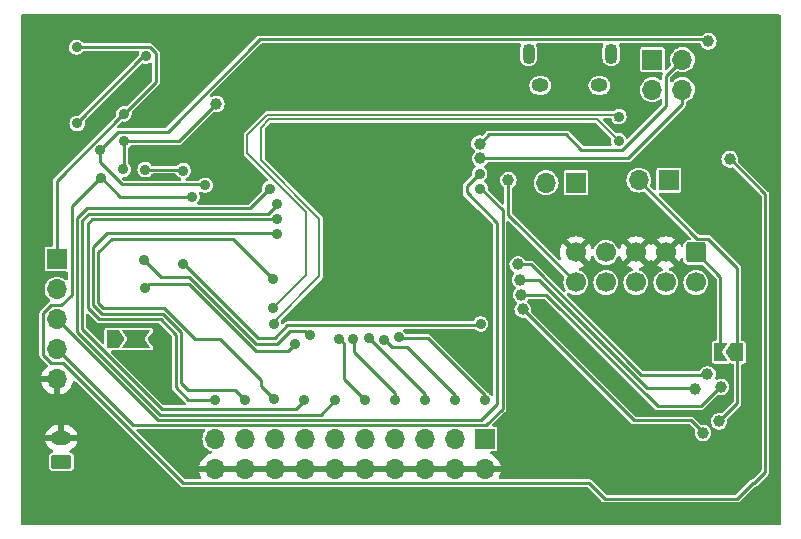
<source format=gbl>
G04 #@! TF.GenerationSoftware,KiCad,Pcbnew,8.0.0*
G04 #@! TF.CreationDate,2024-04-09T13:51:30-05:00*
G04 #@! TF.ProjectId,esp32_example,65737033-325f-4657-9861-6d706c652e6b,rev?*
G04 #@! TF.SameCoordinates,Original*
G04 #@! TF.FileFunction,Copper,L2,Bot*
G04 #@! TF.FilePolarity,Positive*
%FSLAX46Y46*%
G04 Gerber Fmt 4.6, Leading zero omitted, Abs format (unit mm)*
G04 Created by KiCad (PCBNEW 8.0.0) date 2024-04-09 13:51:30*
%MOMM*%
%LPD*%
G01*
G04 APERTURE LIST*
G04 Aperture macros list*
%AMRoundRect*
0 Rectangle with rounded corners*
0 $1 Rounding radius*
0 $2 $3 $4 $5 $6 $7 $8 $9 X,Y pos of 4 corners*
0 Add a 4 corners polygon primitive as box body*
4,1,4,$2,$3,$4,$5,$6,$7,$8,$9,$2,$3,0*
0 Add four circle primitives for the rounded corners*
1,1,$1+$1,$2,$3*
1,1,$1+$1,$4,$5*
1,1,$1+$1,$6,$7*
1,1,$1+$1,$8,$9*
0 Add four rect primitives between the rounded corners*
20,1,$1+$1,$2,$3,$4,$5,0*
20,1,$1+$1,$4,$5,$6,$7,0*
20,1,$1+$1,$6,$7,$8,$9,0*
20,1,$1+$1,$8,$9,$2,$3,0*%
%AMFreePoly0*
4,1,6,1.000000,0.000000,0.500000,-0.750000,-0.500000,-0.750000,-0.500000,0.750000,0.500000,0.750000,1.000000,0.000000,1.000000,0.000000,$1*%
%AMFreePoly1*
4,1,6,0.500000,-0.750000,-0.650000,-0.750000,-0.150000,0.000000,-0.650000,0.750000,0.500000,0.750000,0.500000,-0.750000,0.500000,-0.750000,$1*%
%AMFreePoly2*
4,1,7,0.700000,0.000000,1.200000,-0.750000,-1.200000,-0.750000,-0.700000,0.000000,-1.200000,0.750000,1.200000,0.750000,0.700000,0.000000,0.700000,0.000000,$1*%
G04 Aperture macros list end*
G04 #@! TA.AperFunction,ComponentPad*
%ADD10O,1.100000X1.750000*%
G04 #@! TD*
G04 #@! TA.AperFunction,ComponentPad*
%ADD11O,1.450000X1.150000*%
G04 #@! TD*
G04 #@! TA.AperFunction,ComponentPad*
%ADD12O,1.700000X1.700000*%
G04 #@! TD*
G04 #@! TA.AperFunction,ComponentPad*
%ADD13R,1.700000X1.700000*%
G04 #@! TD*
G04 #@! TA.AperFunction,ComponentPad*
%ADD14RoundRect,0.250000X0.625000X-0.350000X0.625000X0.350000X-0.625000X0.350000X-0.625000X-0.350000X0*%
G04 #@! TD*
G04 #@! TA.AperFunction,ComponentPad*
%ADD15O,1.750000X1.200000*%
G04 #@! TD*
G04 #@! TA.AperFunction,ComponentPad*
%ADD16C,1.700000*%
G04 #@! TD*
G04 #@! TA.AperFunction,ComponentPad*
%ADD17RoundRect,0.250000X-0.600000X0.600000X-0.600000X-0.600000X0.600000X-0.600000X0.600000X0.600000X0*%
G04 #@! TD*
G04 #@! TA.AperFunction,SMDPad,CuDef*
%ADD18FreePoly0,180.000000*%
G04 #@! TD*
G04 #@! TA.AperFunction,SMDPad,CuDef*
%ADD19FreePoly1,180.000000*%
G04 #@! TD*
G04 #@! TA.AperFunction,SMDPad,CuDef*
%ADD20FreePoly2,180.000000*%
G04 #@! TD*
G04 #@! TA.AperFunction,SMDPad,CuDef*
%ADD21FreePoly0,0.000000*%
G04 #@! TD*
G04 #@! TA.AperFunction,ViaPad*
%ADD22C,1.000000*%
G04 #@! TD*
G04 #@! TA.AperFunction,ViaPad*
%ADD23C,0.900000*%
G04 #@! TD*
G04 #@! TA.AperFunction,Conductor*
%ADD24C,0.250000*%
G04 #@! TD*
G04 #@! TA.AperFunction,Conductor*
%ADD25C,0.200000*%
G04 #@! TD*
G04 APERTURE END LIST*
D10*
G04 #@! TO.P,J2,6,Shield*
G04 #@! TO.N,unconnected-(J2-Shield-Pad6)*
X213650000Y-41760000D03*
D11*
X212650000Y-44460000D03*
X207650000Y-44460000D03*
D10*
X206650000Y-41760000D03*
G04 #@! TD*
D12*
G04 #@! TO.P,J9,4,Pin_4*
G04 #@! TO.N,Net-(J9-Pin_4)*
X219670000Y-44820000D03*
G04 #@! TO.P,J9,3,Pin_3*
G04 #@! TO.N,Net-(J9-Pin_3)*
X217130000Y-44820000D03*
G04 #@! TO.P,J9,2,Pin_2*
G04 #@! TO.N,Net-(J9-Pin_2)*
X219670000Y-42280000D03*
D13*
G04 #@! TO.P,J9,1,Pin_1*
G04 #@! TO.N,Net-(J9-Pin_1)*
X217130000Y-42280000D03*
G04 #@! TD*
G04 #@! TO.P,J8,1,Pin_1*
G04 #@! TO.N,Net-(J8-Pin_1)*
X210670000Y-52690000D03*
D12*
G04 #@! TO.P,J8,2,Pin_2*
G04 #@! TO.N,+3V3*
X208130000Y-52690000D03*
G04 #@! TD*
D14*
G04 #@! TO.P,J1,1,Pin_1*
G04 #@! TO.N,/POWER FROM BATTERY*
X167098800Y-76320400D03*
D15*
G04 #@! TO.P,J1,2,Pin_2*
G04 #@! TO.N,GND*
X167098800Y-74320400D03*
G04 #@! TD*
D13*
G04 #@! TO.P,J4,1,Pin_1*
G04 #@! TO.N,/PRESS1*
X202946000Y-74396600D03*
D12*
G04 #@! TO.P,J4,2,Pin_2*
G04 #@! TO.N,GND*
X202946000Y-76936600D03*
G04 #@! TO.P,J4,3,Pin_3*
G04 #@! TO.N,/PRESS2*
X200406000Y-74396600D03*
G04 #@! TO.P,J4,4,Pin_4*
G04 #@! TO.N,GND*
X200406000Y-76936600D03*
G04 #@! TO.P,J4,5,Pin_5*
G04 #@! TO.N,/PRESS3*
X197866000Y-74396600D03*
G04 #@! TO.P,J4,6,Pin_6*
G04 #@! TO.N,GND*
X197866000Y-76936600D03*
G04 #@! TO.P,J4,7,Pin_7*
G04 #@! TO.N,/PRESS4*
X195326000Y-74396600D03*
G04 #@! TO.P,J4,8,Pin_8*
G04 #@! TO.N,GND*
X195326000Y-76936600D03*
G04 #@! TO.P,J4,9,Pin_9*
G04 #@! TO.N,/PRESS5*
X192786000Y-74396600D03*
G04 #@! TO.P,J4,10,Pin_10*
G04 #@! TO.N,GND*
X192786000Y-76936600D03*
G04 #@! TO.P,J4,11,Pin_11*
G04 #@! TO.N,/PRESS6*
X190246000Y-74396600D03*
G04 #@! TO.P,J4,12,Pin_12*
G04 #@! TO.N,GND*
X190246000Y-76936600D03*
G04 #@! TO.P,J4,13,Pin_13*
G04 #@! TO.N,/PRESS7*
X187706000Y-74396600D03*
G04 #@! TO.P,J4,14,Pin_14*
G04 #@! TO.N,GND*
X187706000Y-76936600D03*
G04 #@! TO.P,J4,15,Pin_15*
G04 #@! TO.N,/PRESS8*
X185166000Y-74396600D03*
G04 #@! TO.P,J4,16,Pin_16*
G04 #@! TO.N,GND*
X185166000Y-76936600D03*
G04 #@! TO.P,J4,17,Pin_17*
G04 #@! TO.N,/PRESS9*
X182626000Y-74396600D03*
G04 #@! TO.P,J4,18,Pin_18*
G04 #@! TO.N,GND*
X182626000Y-76936600D03*
G04 #@! TO.P,J4,19,Pin_19*
G04 #@! TO.N,/PRESS10*
X180086000Y-74396600D03*
G04 #@! TO.P,J4,20,Pin_20*
G04 #@! TO.N,GND*
X180086000Y-76936600D03*
G04 #@! TD*
D16*
G04 #@! TO.P,J7,10,~{RESET}*
G04 #@! TO.N,/CHIP_PU*
X210650000Y-61140000D03*
G04 #@! TO.P,J7,9,GNDDetect*
G04 #@! TO.N,GND*
X210650000Y-58600000D03*
G04 #@! TO.P,J7,8,NC/TDI*
G04 #@! TO.N,/MTDI*
X213190000Y-61140000D03*
G04 #@! TO.P,J7,7,KEY*
G04 #@! TO.N,unconnected-(J7-KEY-Pad7)*
X213190000Y-58600000D03*
G04 #@! TO.P,J7,6,SWO/TDO*
G04 #@! TO.N,/MTDO*
X215730000Y-61140000D03*
G04 #@! TO.P,J7,5,GND*
G04 #@! TO.N,GND*
X215730000Y-58600000D03*
G04 #@! TO.P,J7,4,SWDCLK/TCK*
G04 #@! TO.N,/MTCK*
X218270000Y-61140000D03*
G04 #@! TO.P,J7,3,GND*
G04 #@! TO.N,GND*
X218270000Y-58600000D03*
G04 #@! TO.P,J7,2,SWDIO/TMS*
G04 #@! TO.N,/MTMS*
X220810000Y-61140000D03*
D17*
G04 #@! TO.P,J7,1,VTref*
G04 #@! TO.N,Net-(J7-VTref)*
X220810000Y-58600000D03*
G04 #@! TD*
D13*
G04 #@! TO.P,J3,1,Pin_1*
G04 #@! TO.N,/RTS*
X166725600Y-59156600D03*
D12*
G04 #@! TO.P,J3,2,Pin_2*
G04 #@! TO.N,/DTR*
X166725600Y-61696600D03*
G04 #@! TO.P,J3,3,Pin_3*
G04 #@! TO.N,/TX*
X166725600Y-64236600D03*
G04 #@! TO.P,J3,4,Pin_4*
G04 #@! TO.N,/RX*
X166725600Y-66776600D03*
G04 #@! TO.P,J3,5,Pin_5*
G04 #@! TO.N,GND*
X166725600Y-69316600D03*
G04 #@! TD*
D13*
G04 #@! TO.P,J5,1,Pin_1*
G04 #@! TO.N,Net-(J5-Pin_1)*
X218525000Y-52480000D03*
D12*
G04 #@! TO.P,J5,2,Pin_2*
G04 #@! TO.N,+3V3*
X215985000Y-52480000D03*
G04 #@! TD*
D18*
G04 #@! TO.P,JP1,1,A*
G04 #@! TO.N,+3V3*
X224340000Y-67050000D03*
D19*
G04 #@! TO.P,JP1,2,B*
G04 #@! TO.N,Net-(J7-VTref)*
X222890000Y-67050000D03*
G04 #@! TD*
D18*
G04 #@! TO.P,JP2,1,A*
G04 #@! TO.N,GND*
X175450400Y-65938400D03*
D20*
G04 #@! TO.P,JP2,2,C*
G04 #@! TO.N,Net-(JP2-C)*
X173450400Y-65938400D03*
D21*
G04 #@! TO.P,JP2,3,B*
G04 #@! TO.N,+3V3*
X171450400Y-65938400D03*
G04 #@! TD*
D22*
G04 #@! TO.N,GND*
X199650000Y-48400000D03*
X199340000Y-45370000D03*
X212160000Y-80210000D03*
X213430000Y-78620000D03*
X212320000Y-74090000D03*
X187360000Y-48130000D03*
X185030000Y-48130000D03*
X182120000Y-44390000D03*
X179730000Y-49240000D03*
G04 #@! TO.N,+3V3*
X171680000Y-65900000D03*
X180210000Y-46030000D03*
G04 #@! TO.N,/CHIP_PU*
X204940000Y-52470000D03*
G04 #@! TO.N,/MISO*
X222950000Y-69980000D03*
G04 #@! TO.N,/CS*
X221420000Y-73880000D03*
G04 #@! TO.N,/MOSI*
X220770000Y-70150000D03*
G04 #@! TO.N,/SCLK*
X221800000Y-68920000D03*
G04 #@! TO.N,/CS*
X206160000Y-63420000D03*
G04 #@! TO.N,/MISO*
X206040000Y-62180000D03*
G04 #@! TO.N,/MOSI*
X205920000Y-60900000D03*
G04 #@! TO.N,/SCLK*
X205740000Y-59610000D03*
G04 #@! TO.N,+3V3*
X222780000Y-72900000D03*
G04 #@! TO.N,Net-(J9-Pin_2)*
X202500000Y-49390000D03*
G04 #@! TO.N,Net-(J9-Pin_4)*
X202580000Y-50640000D03*
G04 #@! TO.N,/End Hike*
X223690000Y-50710000D03*
G04 #@! TO.N,/Start Hike*
X221870000Y-40720000D03*
D23*
G04 #@! TO.N,GND*
X175361600Y-65913000D03*
G04 #@! TO.N,/End Hike*
X178155600Y-53873400D03*
X170408600Y-52298600D03*
G04 #@! TO.N,/Start Hike*
X170385556Y-49953956D03*
X179273200Y-52908200D03*
G04 #@! TO.N,+3V3*
X172339000Y-51562000D03*
X172389800Y-49199800D03*
G04 #@! TO.N,/GPIO0_STRAPPING*
X202590400Y-64643000D03*
X177393600Y-59563000D03*
X174193200Y-51587400D03*
X177419000Y-51663600D03*
G04 #@! TO.N,/D+*
X185064400Y-64643000D03*
X214280800Y-49126000D03*
G04 #@! TO.N,/D-*
X185013600Y-63322200D03*
X214306200Y-47094000D03*
G04 #@! TO.N,/RX*
X202565000Y-53187600D03*
G04 #@! TO.N,/TX*
X202514200Y-51917600D03*
G04 #@! TO.N,/RTS*
X168376600Y-41224200D03*
X172389800Y-46863000D03*
G04 #@! TO.N,/PRESS3*
X197840600Y-71069200D03*
X193141600Y-65836800D03*
G04 #@! TO.N,/PRESS1*
X195656200Y-65786000D03*
X202920600Y-71094600D03*
G04 #@! TO.N,/PRESS9*
X182651400Y-71094600D03*
X185318400Y-56997600D03*
G04 #@! TO.N,/PRESS6*
X190246000Y-71069200D03*
X184734200Y-53187600D03*
G04 #@! TO.N,/PRESS5*
X192811400Y-71120000D03*
X190576200Y-65963800D03*
G04 #@! TO.N,/PRESS7*
X187655200Y-71094600D03*
X185369200Y-54483000D03*
G04 #@! TO.N,/PRESS8*
X185013600Y-60807600D03*
X185102500Y-71031100D03*
G04 #@! TO.N,/PRESS10*
X180086000Y-71094600D03*
X185369200Y-55727600D03*
G04 #@! TO.N,/PRESS2*
X194437000Y-65989200D03*
X200406000Y-71094600D03*
G04 #@! TO.N,/PRESS4*
X191820800Y-65963800D03*
X195351400Y-71120000D03*
G04 #@! TO.N,Net-(JP2-C)*
X173456600Y-65938400D03*
G04 #@! TO.N,Net-(Q3-C)*
X174269400Y-41986200D03*
X168427400Y-47675800D03*
G04 #@! TO.N,/GPIO46_STRAPPING*
X174117000Y-59258200D03*
X188112400Y-65608200D03*
G04 #@! TO.N,/GPIO3_STRAPPING*
X186867800Y-66344800D03*
X174167800Y-61645800D03*
G04 #@! TD*
D24*
G04 #@! TO.N,/RTS*
X166725600Y-59156600D02*
X166725600Y-52517895D01*
X172355095Y-46888400D02*
X172389800Y-46888400D01*
X166725600Y-52517895D02*
X172355095Y-46888400D01*
X174590416Y-41211200D02*
X168389600Y-41211200D01*
X172389800Y-46888400D02*
X175107600Y-44170600D01*
X175107600Y-44170600D02*
X175107600Y-41728384D01*
X175107600Y-41728384D02*
X174590416Y-41211200D01*
X168389600Y-41211200D02*
X168376600Y-41224200D01*
G04 #@! TO.N,GND*
X199650000Y-48400000D02*
X187630000Y-48400000D01*
X187630000Y-48400000D02*
X187360000Y-48130000D01*
X212320000Y-74090000D02*
X212320000Y-77670000D01*
X212320000Y-77670000D02*
X213270000Y-78620000D01*
X213270000Y-78620000D02*
X213430000Y-78620000D01*
G04 #@! TO.N,/End Hike*
X170434000Y-52222400D02*
X167970200Y-54686200D01*
X226700000Y-77170000D02*
X226700000Y-53660000D01*
X167970200Y-54686200D02*
X167970200Y-62179200D01*
X166238899Y-67951600D02*
X167212301Y-67951600D01*
X172085000Y-53873400D02*
X170434000Y-52222400D01*
X167970200Y-62179200D02*
X167087800Y-63061600D01*
X178130200Y-53873400D02*
X172085000Y-53873400D01*
X225660000Y-78110000D02*
X225760000Y-78110000D01*
X167087800Y-63061600D02*
X166238899Y-63061600D01*
X166238899Y-63061600D02*
X165550600Y-63749899D01*
X223750000Y-50710000D02*
X223690000Y-50710000D01*
X165550600Y-63749899D02*
X165550600Y-67263301D01*
X165550600Y-67263301D02*
X166238899Y-67951600D01*
X167212301Y-67951600D02*
X177372301Y-78111600D01*
X177372301Y-78111600D02*
X211751600Y-78111600D01*
X226700000Y-53660000D02*
X223750000Y-50710000D01*
X211751600Y-78111600D02*
X213085000Y-79445000D01*
X213085000Y-79445000D02*
X224325000Y-79445000D01*
X224325000Y-79445000D02*
X225660000Y-78110000D01*
X225760000Y-78110000D02*
X226700000Y-77170000D01*
G04 #@! TO.N,GND*
X185030000Y-48130000D02*
X187360000Y-48130000D01*
D25*
G04 #@! TO.N,/D-*
X182829200Y-50221939D02*
X182829200Y-48633744D01*
X214142200Y-46930000D02*
X214306200Y-47094000D01*
X182829200Y-48633744D02*
X184532944Y-46930000D01*
X184532944Y-46930000D02*
X214142200Y-46930000D01*
G04 #@! TO.N,/D+*
X184937400Y-64617600D02*
X188925200Y-60629800D01*
X212484800Y-47330000D02*
X214280800Y-49126000D01*
X183997600Y-50800000D02*
X183997600Y-48031029D01*
X188925200Y-55727600D02*
X183997600Y-50800000D01*
X183997600Y-48031029D02*
X184698629Y-47330000D01*
X188925200Y-60629800D02*
X188925200Y-55727600D01*
X184698629Y-47330000D02*
X212484800Y-47330000D01*
D24*
G04 #@! TO.N,GND*
X182120000Y-44390000D02*
X182120000Y-46850000D01*
X182120000Y-46850000D02*
X179730000Y-49240000D01*
G04 #@! TO.N,+3V3*
X172389800Y-49199800D02*
X172389800Y-51511200D01*
X172389800Y-51511200D02*
X172339000Y-51562000D01*
G04 #@! TO.N,/TX*
X166725600Y-64236600D02*
X175260600Y-72771600D01*
G04 #@! TO.N,+3V3*
X180210000Y-46030000D02*
X177040200Y-49199800D01*
X177040200Y-49199800D02*
X172389800Y-49199800D01*
X215985000Y-52480000D02*
X220930000Y-57425000D01*
X220930000Y-57425000D02*
X221835000Y-57425000D01*
X224340000Y-59930000D02*
X224340000Y-67050000D01*
X221835000Y-57425000D02*
X224340000Y-59930000D01*
G04 #@! TO.N,/CHIP_PU*
X204940000Y-52470000D02*
X204900000Y-52580000D01*
X204900000Y-55390000D02*
X204940000Y-52470000D01*
X210650000Y-61140000D02*
X204900000Y-55390000D01*
G04 #@! TO.N,Net-(J7-VTref)*
X222890000Y-67050000D02*
X222890000Y-60680000D01*
X222890000Y-60680000D02*
X220810000Y-58600000D01*
G04 #@! TO.N,/Start Hike*
X179255000Y-52839200D02*
X179247800Y-52832000D01*
X170357800Y-49911000D02*
X171895600Y-48373200D01*
X172219200Y-52839200D02*
X170357800Y-50977800D01*
X176090299Y-48373200D02*
X183903499Y-40560000D01*
X179247800Y-52832000D02*
X179240600Y-52839200D01*
X179289706Y-52839200D02*
X179255000Y-52839200D01*
X179240600Y-52839200D02*
X172219200Y-52839200D01*
X170357800Y-50977800D02*
X170357800Y-49911000D01*
X171895600Y-48373200D02*
X176090299Y-48373200D01*
X183903499Y-40560000D02*
X221710000Y-40560000D01*
X221710000Y-40560000D02*
X221870000Y-40720000D01*
G04 #@! TO.N,/MISO*
X222950000Y-69910000D02*
X222860000Y-70000000D01*
X222950000Y-69980000D02*
X222950000Y-69910000D01*
X222880000Y-69980000D02*
X222950000Y-69980000D01*
X221240000Y-71620000D02*
X222880000Y-69980000D01*
X217585507Y-71620000D02*
X221240000Y-71620000D01*
X208145507Y-62180000D02*
X217585507Y-71620000D01*
G04 #@! TO.N,/CS*
X221470000Y-73880000D02*
X221370000Y-73780000D01*
X221420000Y-73880000D02*
X221470000Y-73880000D01*
X221420000Y-73830000D02*
X221420000Y-73880000D01*
X220410000Y-72820000D02*
X221420000Y-73830000D01*
X215560000Y-72820000D02*
X220410000Y-72820000D01*
G04 #@! TO.N,/MOSI*
X220740000Y-70080000D02*
X220670000Y-70080000D01*
X220770000Y-70150000D02*
X220740000Y-70080000D01*
X220600000Y-70080000D02*
X220770000Y-70150000D01*
G04 #@! TO.N,/SCLK*
X221700000Y-68950000D02*
X221670000Y-68950000D01*
X221800000Y-68920000D02*
X221700000Y-68950000D01*
X221640000Y-68950000D02*
X221800000Y-68920000D01*
G04 #@! TO.N,/CS*
X206160000Y-63420000D02*
X215560000Y-72820000D01*
G04 #@! TO.N,/MISO*
X206040000Y-62180000D02*
X208145507Y-62180000D01*
G04 #@! TO.N,/MOSI*
X207501903Y-60900000D02*
X216681903Y-70080000D01*
X205920000Y-60900000D02*
X207501903Y-60900000D01*
X216681903Y-70080000D02*
X220600000Y-70080000D01*
G04 #@! TO.N,/SCLK*
X216188299Y-68950000D02*
X221640000Y-68950000D01*
X206848299Y-59610000D02*
X216188299Y-68950000D01*
X205740000Y-59610000D02*
X206848299Y-59610000D01*
G04 #@! TO.N,+3V3*
X222780000Y-72900000D02*
X224340000Y-71340000D01*
X224340000Y-71340000D02*
X224340000Y-67050000D01*
G04 #@! TO.N,Net-(J9-Pin_2)*
X219670000Y-42280000D02*
X218305000Y-43645000D01*
X203285000Y-48605000D02*
X202500000Y-49390000D01*
X218305000Y-43645000D02*
X218305000Y-46197816D01*
X218305000Y-46197816D02*
X214601816Y-49901000D01*
X214601816Y-49901000D02*
X211122616Y-49901000D01*
X211122616Y-49901000D02*
X209826616Y-48605000D01*
X209826616Y-48605000D02*
X203285000Y-48605000D01*
D25*
G04 #@! TO.N,/D-*
X184937400Y-63373000D02*
X187782200Y-60528200D01*
X187782200Y-60528200D02*
X187782200Y-55174939D01*
X187782200Y-55174939D02*
X182829200Y-50221939D01*
X214003800Y-47396400D02*
X214306200Y-47094000D01*
D24*
G04 #@! TO.N,Net-(J9-Pin_4)*
X219670000Y-44820000D02*
X219670000Y-46022081D01*
X219670000Y-46022081D02*
X215052081Y-50640000D01*
X215052081Y-50640000D02*
X202580000Y-50640000D01*
G04 #@! TO.N,/End Hike*
X223690000Y-50650000D02*
X223810000Y-50770000D01*
X223690000Y-50710000D02*
X223690000Y-50650000D01*
G04 #@! TO.N,/Start Hike*
X221870000Y-40590000D02*
X221790000Y-40670000D01*
X221870000Y-40720000D02*
X221870000Y-40590000D01*
X221740000Y-40720000D02*
X221870000Y-40720000D01*
X221762600Y-40697400D02*
X221740000Y-40720000D01*
G04 #@! TO.N,/GPIO0_STRAPPING*
X202368400Y-64763400D02*
X202539600Y-64592200D01*
X183718200Y-65836800D02*
X185140600Y-65836800D01*
X177393600Y-59512200D02*
X183718200Y-65836800D01*
X186214000Y-64763400D02*
X202368400Y-64763400D01*
X174117000Y-51587400D02*
X177317400Y-51587400D01*
X185140600Y-65836800D02*
X186214000Y-64763400D01*
X177317400Y-51587400D02*
X177393600Y-51663600D01*
G04 #@! TO.N,/RX*
X166725600Y-66811305D02*
X166725600Y-66776600D01*
X202565000Y-53162200D02*
X204444600Y-55041800D01*
X203054200Y-73221600D02*
X173135895Y-73221600D01*
X173135895Y-73221600D02*
X166725600Y-66811305D01*
X204444600Y-55041800D02*
X204444600Y-71831200D01*
X204444600Y-71831200D02*
X203054200Y-73221600D01*
G04 #@! TO.N,/TX*
X202640600Y-72771600D02*
X175260600Y-72771600D01*
X203994600Y-71417600D02*
X202640600Y-72771600D01*
X203994600Y-56115800D02*
X203994600Y-71417600D01*
X202514200Y-51892200D02*
X201396600Y-53009800D01*
X201396600Y-53517800D02*
X203994600Y-56115800D01*
X201396600Y-53009800D02*
X201396600Y-53517800D01*
G04 #@! TO.N,/PRESS3*
X197866000Y-70561200D02*
X197866000Y-71094600D01*
X193167000Y-65862200D02*
X197866000Y-70561200D01*
G04 #@! TO.N,/PRESS1*
X202946000Y-71069200D02*
X202946000Y-70678895D01*
X198129305Y-65862200D02*
X195656200Y-65862200D01*
X202946000Y-70678895D02*
X198129305Y-65862200D01*
G04 #@! TO.N,/PRESS9*
X177774600Y-70205600D02*
X181762400Y-70205600D01*
X185496200Y-56972200D02*
X170967400Y-56972200D01*
X177234000Y-69665000D02*
X177774600Y-70205600D01*
X169770200Y-58169400D02*
X169770200Y-63088804D01*
X177234000Y-65368912D02*
X177234000Y-69665000D01*
X181762400Y-70205600D02*
X182651400Y-71094600D01*
X170493396Y-63812000D02*
X175677088Y-63812000D01*
X175677088Y-63812000D02*
X177234000Y-65368912D01*
X169770200Y-63088804D02*
X170493396Y-63812000D01*
X170967400Y-56972200D02*
X169770200Y-58169400D01*
G04 #@! TO.N,/PRESS6*
X189069800Y-72321600D02*
X175446996Y-72321600D01*
X169233000Y-54871200D02*
X183076000Y-54871200D01*
X183076000Y-54871200D02*
X184785000Y-53162200D01*
X175446996Y-72321600D02*
X168420200Y-65294804D01*
X190296800Y-71094600D02*
X189069800Y-72321600D01*
X168420200Y-65294804D02*
X168420200Y-55684000D01*
X168420200Y-55684000D02*
X169233000Y-54871200D01*
G04 #@! TO.N,/PRESS5*
X190627000Y-65913000D02*
X190996400Y-66282400D01*
X190996400Y-66282400D02*
X190996400Y-69279600D01*
X190996400Y-69279600D02*
X192811400Y-71094600D01*
G04 #@! TO.N,/PRESS7*
X187731400Y-71120000D02*
X186979800Y-71871600D01*
X186979800Y-71871600D02*
X175633392Y-71871600D01*
X168870200Y-55870396D02*
X169419396Y-55321200D01*
X168870200Y-65108408D02*
X168870200Y-55870396D01*
X169419396Y-55321200D02*
X184607200Y-55321200D01*
X184607200Y-55321200D02*
X185470800Y-54457600D01*
X175633392Y-71871600D02*
X168870200Y-65108408D01*
G04 #@! TO.N,/PRESS8*
X170220200Y-62902408D02*
X170220200Y-58547000D01*
X185191400Y-71120000D02*
X183991000Y-69919600D01*
X170639992Y-63322200D02*
X170220200Y-62902408D01*
X175823684Y-63322200D02*
X170639992Y-63322200D01*
X183991000Y-69919600D02*
X183991000Y-69407784D01*
X171345000Y-57422200D02*
X181653600Y-57422200D01*
X181653600Y-57422200D02*
X185039000Y-60807600D01*
X178409600Y-65908116D02*
X175823684Y-63322200D01*
X183991000Y-69407784D02*
X180491332Y-65908116D01*
X170220200Y-58547000D02*
X171345000Y-57422200D01*
X180491332Y-65908116D02*
X178409600Y-65908116D01*
G04 #@! TO.N,/PRESS10*
X170307000Y-64262000D02*
X175490692Y-64262000D01*
X169320200Y-63275200D02*
X170307000Y-64262000D01*
X177850800Y-71094600D02*
X180086000Y-71094600D01*
X185470800Y-55753000D02*
X185452600Y-55771200D01*
X185452600Y-55771200D02*
X169722800Y-55771200D01*
X169722800Y-55771200D02*
X169320200Y-56173800D01*
X176784000Y-65555308D02*
X176784000Y-70027800D01*
X169320200Y-56173800D02*
X169320200Y-63275200D01*
X176784000Y-70027800D02*
X177850800Y-71094600D01*
X175490692Y-64262000D02*
X176784000Y-65555308D01*
G04 #@! TO.N,/PRESS2*
X195097400Y-66598800D02*
X194437000Y-65938400D01*
X200456800Y-71069200D02*
X200456800Y-70662800D01*
X196392800Y-66598800D02*
X195097400Y-66598800D01*
X200456800Y-70662800D02*
X196392800Y-66598800D01*
G04 #@! TO.N,/PRESS4*
X191871600Y-67030600D02*
X195351400Y-70510400D01*
X191871600Y-65862200D02*
X191871600Y-67030600D01*
X195351400Y-70510400D02*
X195351400Y-71094600D01*
G04 #@! TO.N,Net-(Q3-C)*
X168376600Y-47625000D02*
X174015400Y-41986200D01*
X174015400Y-41986200D02*
X174269400Y-41986200D01*
G04 #@! TO.N,/GPIO46_STRAPPING*
X183589804Y-66344800D02*
X185359895Y-66344800D01*
X186491295Y-65213400D02*
X187692200Y-65213400D01*
X175539400Y-60680600D02*
X177925604Y-60680600D01*
X185359895Y-66344800D02*
X186491295Y-65213400D01*
X174117000Y-59258200D02*
X175539400Y-60680600D01*
X177925604Y-60680600D02*
X183589804Y-66344800D01*
X187692200Y-65213400D02*
X188112400Y-65633600D01*
G04 #@! TO.N,/GPIO3_STRAPPING*
X177873408Y-61264800D02*
X183537608Y-66929000D01*
X174167800Y-61595000D02*
X174498000Y-61264800D01*
X186283600Y-66929000D02*
X186867800Y-66344800D01*
X174498000Y-61264800D02*
X177873408Y-61264800D01*
X183537608Y-66929000D02*
X186283600Y-66929000D01*
G04 #@! TD*
G04 #@! TA.AperFunction,Conductor*
G04 #@! TO.N,GND*
G36*
X179229057Y-73566785D02*
G01*
X179274812Y-73619589D01*
X179284756Y-73688747D01*
X179257871Y-73749765D01*
X179208317Y-73810146D01*
X179110769Y-73992643D01*
X179050699Y-74190667D01*
X179030417Y-74396600D01*
X179050699Y-74602532D01*
X179080734Y-74701544D01*
X179110768Y-74800554D01*
X179208315Y-74983050D01*
X179208317Y-74983052D01*
X179339589Y-75143010D01*
X179359600Y-75159432D01*
X179499550Y-75274285D01*
X179682046Y-75371832D01*
X179748551Y-75392005D01*
X179806989Y-75430302D01*
X179835446Y-75494114D01*
X179824887Y-75563181D01*
X179778663Y-75615575D01*
X179744650Y-75630441D01*
X179622514Y-75663167D01*
X179622507Y-75663170D01*
X179408422Y-75762999D01*
X179408420Y-75763000D01*
X179214926Y-75898486D01*
X179214920Y-75898491D01*
X179047891Y-76065520D01*
X179047886Y-76065526D01*
X178912400Y-76259020D01*
X178912399Y-76259022D01*
X178812570Y-76473107D01*
X178812567Y-76473113D01*
X178755364Y-76686599D01*
X178755364Y-76686600D01*
X179652988Y-76686600D01*
X179620075Y-76743607D01*
X179586000Y-76870774D01*
X179586000Y-77002426D01*
X179620075Y-77129593D01*
X179652988Y-77186600D01*
X178755364Y-77186600D01*
X178812567Y-77400086D01*
X178812570Y-77400092D01*
X178910309Y-77609695D01*
X178920801Y-77678773D01*
X178892281Y-77742557D01*
X178833805Y-77780796D01*
X178797927Y-77786100D01*
X177558489Y-77786100D01*
X177491450Y-77766415D01*
X177470808Y-77749781D01*
X173479808Y-73758781D01*
X173446323Y-73697458D01*
X173451307Y-73627766D01*
X173493179Y-73571833D01*
X173558643Y-73547416D01*
X173567489Y-73547100D01*
X179162018Y-73547100D01*
X179229057Y-73566785D01*
G37*
G04 #@! TD.AperFunction*
G04 #@! TA.AperFunction,Conductor*
G36*
X182160075Y-76743607D02*
G01*
X182126000Y-76870774D01*
X182126000Y-77002426D01*
X182160075Y-77129593D01*
X182192988Y-77186600D01*
X180519012Y-77186600D01*
X180551925Y-77129593D01*
X180586000Y-77002426D01*
X180586000Y-76870774D01*
X180551925Y-76743607D01*
X180519012Y-76686600D01*
X182192988Y-76686600D01*
X182160075Y-76743607D01*
G37*
G04 #@! TD.AperFunction*
G04 #@! TA.AperFunction,Conductor*
G36*
X184700075Y-76743607D02*
G01*
X184666000Y-76870774D01*
X184666000Y-77002426D01*
X184700075Y-77129593D01*
X184732988Y-77186600D01*
X183059012Y-77186600D01*
X183091925Y-77129593D01*
X183126000Y-77002426D01*
X183126000Y-76870774D01*
X183091925Y-76743607D01*
X183059012Y-76686600D01*
X184732988Y-76686600D01*
X184700075Y-76743607D01*
G37*
G04 #@! TD.AperFunction*
G04 #@! TA.AperFunction,Conductor*
G36*
X187240075Y-76743607D02*
G01*
X187206000Y-76870774D01*
X187206000Y-77002426D01*
X187240075Y-77129593D01*
X187272988Y-77186600D01*
X185599012Y-77186600D01*
X185631925Y-77129593D01*
X185666000Y-77002426D01*
X185666000Y-76870774D01*
X185631925Y-76743607D01*
X185599012Y-76686600D01*
X187272988Y-76686600D01*
X187240075Y-76743607D01*
G37*
G04 #@! TD.AperFunction*
G04 #@! TA.AperFunction,Conductor*
G36*
X189780075Y-76743607D02*
G01*
X189746000Y-76870774D01*
X189746000Y-77002426D01*
X189780075Y-77129593D01*
X189812988Y-77186600D01*
X188139012Y-77186600D01*
X188171925Y-77129593D01*
X188206000Y-77002426D01*
X188206000Y-76870774D01*
X188171925Y-76743607D01*
X188139012Y-76686600D01*
X189812988Y-76686600D01*
X189780075Y-76743607D01*
G37*
G04 #@! TD.AperFunction*
G04 #@! TA.AperFunction,Conductor*
G36*
X192320075Y-76743607D02*
G01*
X192286000Y-76870774D01*
X192286000Y-77002426D01*
X192320075Y-77129593D01*
X192352988Y-77186600D01*
X190679012Y-77186600D01*
X190711925Y-77129593D01*
X190746000Y-77002426D01*
X190746000Y-76870774D01*
X190711925Y-76743607D01*
X190679012Y-76686600D01*
X192352988Y-76686600D01*
X192320075Y-76743607D01*
G37*
G04 #@! TD.AperFunction*
G04 #@! TA.AperFunction,Conductor*
G36*
X194860075Y-76743607D02*
G01*
X194826000Y-76870774D01*
X194826000Y-77002426D01*
X194860075Y-77129593D01*
X194892988Y-77186600D01*
X193219012Y-77186600D01*
X193251925Y-77129593D01*
X193286000Y-77002426D01*
X193286000Y-76870774D01*
X193251925Y-76743607D01*
X193219012Y-76686600D01*
X194892988Y-76686600D01*
X194860075Y-76743607D01*
G37*
G04 #@! TD.AperFunction*
G04 #@! TA.AperFunction,Conductor*
G36*
X197400075Y-76743607D02*
G01*
X197366000Y-76870774D01*
X197366000Y-77002426D01*
X197400075Y-77129593D01*
X197432988Y-77186600D01*
X195759012Y-77186600D01*
X195791925Y-77129593D01*
X195826000Y-77002426D01*
X195826000Y-76870774D01*
X195791925Y-76743607D01*
X195759012Y-76686600D01*
X197432988Y-76686600D01*
X197400075Y-76743607D01*
G37*
G04 #@! TD.AperFunction*
G04 #@! TA.AperFunction,Conductor*
G36*
X199940075Y-76743607D02*
G01*
X199906000Y-76870774D01*
X199906000Y-77002426D01*
X199940075Y-77129593D01*
X199972988Y-77186600D01*
X198299012Y-77186600D01*
X198331925Y-77129593D01*
X198366000Y-77002426D01*
X198366000Y-76870774D01*
X198331925Y-76743607D01*
X198299012Y-76686600D01*
X199972988Y-76686600D01*
X199940075Y-76743607D01*
G37*
G04 #@! TD.AperFunction*
G04 #@! TA.AperFunction,Conductor*
G36*
X202480075Y-76743607D02*
G01*
X202446000Y-76870774D01*
X202446000Y-77002426D01*
X202480075Y-77129593D01*
X202512988Y-77186600D01*
X200839012Y-77186600D01*
X200871925Y-77129593D01*
X200906000Y-77002426D01*
X200906000Y-76870774D01*
X200871925Y-76743607D01*
X200839012Y-76686600D01*
X202512988Y-76686600D01*
X202480075Y-76743607D01*
G37*
G04 #@! TD.AperFunction*
G04 #@! TA.AperFunction,Conductor*
G36*
X169400903Y-63816676D02*
G01*
X169407381Y-63822708D01*
X170107138Y-64522465D01*
X170181361Y-64565318D01*
X170264147Y-64587500D01*
X170349853Y-64587500D01*
X175304503Y-64587500D01*
X175371542Y-64607185D01*
X175392184Y-64623819D01*
X176422181Y-65653815D01*
X176455666Y-65715138D01*
X176458500Y-65741496D01*
X176458500Y-70070652D01*
X176480682Y-70153440D01*
X176495455Y-70179027D01*
X176523535Y-70227662D01*
X176523537Y-70227664D01*
X177630292Y-71334419D01*
X177663777Y-71395742D01*
X177658793Y-71465434D01*
X177616921Y-71521367D01*
X177551457Y-71545784D01*
X177542611Y-71546100D01*
X175819581Y-71546100D01*
X175752542Y-71526415D01*
X175731900Y-71509781D01*
X171327700Y-67105581D01*
X171294215Y-67044258D01*
X171299199Y-66974566D01*
X171341071Y-66918633D01*
X171406535Y-66894216D01*
X171415381Y-66893900D01*
X171950393Y-66893900D01*
X171950400Y-66893900D01*
X171967887Y-66893155D01*
X172054995Y-66865290D01*
X172054996Y-66865288D01*
X172061463Y-66863220D01*
X172131312Y-66861542D01*
X172153047Y-66869605D01*
X172161235Y-66873547D01*
X172161237Y-66873549D01*
X172236603Y-66890751D01*
X172250395Y-66893899D01*
X172250400Y-66893900D01*
X174650396Y-66893900D01*
X174650400Y-66893900D01*
X174723485Y-66880465D01*
X174799581Y-66829734D01*
X174846130Y-66751010D01*
X174853912Y-66659886D01*
X174821386Y-66574409D01*
X174536770Y-66147485D01*
X174443235Y-66007182D01*
X174422427Y-65940483D01*
X174440982Y-65873122D01*
X174443208Y-65869657D01*
X174821386Y-65302391D01*
X174850748Y-65234128D01*
X174850748Y-65142672D01*
X174811066Y-65060273D01*
X174739563Y-65003251D01*
X174650404Y-64982900D01*
X174650400Y-64982900D01*
X172250400Y-64982900D01*
X172191932Y-64993648D01*
X172177314Y-64996335D01*
X172177311Y-64996336D01*
X172172368Y-64999632D01*
X172105668Y-65020438D01*
X172049789Y-65008175D01*
X172039565Y-65003251D01*
X171950404Y-64982900D01*
X171950400Y-64982900D01*
X170950400Y-64982900D01*
X170950395Y-64982900D01*
X170904671Y-64988051D01*
X170822273Y-65027733D01*
X170765251Y-65099236D01*
X170744900Y-65188395D01*
X170744900Y-66223419D01*
X170725215Y-66290458D01*
X170672411Y-66336213D01*
X170603253Y-66346157D01*
X170539697Y-66317132D01*
X170533219Y-66311100D01*
X169232019Y-65009900D01*
X169198534Y-64948577D01*
X169195700Y-64922219D01*
X169195700Y-63910389D01*
X169215385Y-63843350D01*
X169268189Y-63797595D01*
X169337347Y-63787651D01*
X169400903Y-63816676D01*
G37*
G04 #@! TD.AperFunction*
G04 #@! TA.AperFunction,Conductor*
G36*
X212376006Y-47650185D02*
G01*
X212396648Y-47666819D01*
X213607765Y-48877936D01*
X213641250Y-48939259D01*
X213643180Y-48980563D01*
X213625522Y-49125999D01*
X213625522Y-49126000D01*
X213644562Y-49282817D01*
X213652390Y-49303456D01*
X213691860Y-49407530D01*
X213697227Y-49477192D01*
X213664080Y-49538698D01*
X213602942Y-49572519D01*
X213575918Y-49575500D01*
X211308804Y-49575500D01*
X211241765Y-49555815D01*
X211221123Y-49539181D01*
X210632127Y-48950185D01*
X210026478Y-48344535D01*
X209989366Y-48323108D01*
X209952256Y-48301682D01*
X209903043Y-48288496D01*
X209869469Y-48279500D01*
X209869468Y-48279500D01*
X203335465Y-48279500D01*
X203335449Y-48279499D01*
X203327853Y-48279499D01*
X203242147Y-48279499D01*
X203209033Y-48288372D01*
X203159359Y-48301682D01*
X203159358Y-48301683D01*
X203085141Y-48344532D01*
X203085136Y-48344536D01*
X203036389Y-48393284D01*
X203024535Y-48405138D01*
X203024533Y-48405140D01*
X202796010Y-48633662D01*
X202758952Y-48670720D01*
X202697629Y-48704204D01*
X202641598Y-48703435D01*
X202585059Y-48689500D01*
X202585056Y-48689500D01*
X202414944Y-48689500D01*
X202249773Y-48730210D01*
X202099150Y-48809263D01*
X201971816Y-48922072D01*
X201875182Y-49062068D01*
X201814860Y-49221125D01*
X201814859Y-49221130D01*
X201794355Y-49390000D01*
X201814859Y-49558869D01*
X201814860Y-49558874D01*
X201875182Y-49717931D01*
X201927001Y-49793002D01*
X201971817Y-49857929D01*
X202084346Y-49957621D01*
X202121473Y-50016810D01*
X202120705Y-50086675D01*
X202084348Y-50143250D01*
X202051817Y-50172070D01*
X201955182Y-50312068D01*
X201894860Y-50471125D01*
X201894859Y-50471130D01*
X201874355Y-50640000D01*
X201894859Y-50808869D01*
X201894860Y-50808874D01*
X201955182Y-50967931D01*
X202012455Y-51050904D01*
X202051817Y-51107929D01*
X202144725Y-51190238D01*
X202181850Y-51249425D01*
X202181083Y-51319291D01*
X202144724Y-51375867D01*
X202023718Y-51483068D01*
X201933981Y-51613075D01*
X201933980Y-51613076D01*
X201877962Y-51760781D01*
X201858922Y-51917599D01*
X201858922Y-51917600D01*
X201870002Y-52008857D01*
X201858541Y-52077780D01*
X201834587Y-52111484D01*
X201136137Y-52809935D01*
X201136135Y-52809938D01*
X201093402Y-52883954D01*
X201093282Y-52884161D01*
X201075882Y-52949100D01*
X201075882Y-52949101D01*
X201075881Y-52949100D01*
X201071100Y-52966942D01*
X201071100Y-52966947D01*
X201071100Y-53474947D01*
X201071100Y-53560653D01*
X201072984Y-53567685D01*
X201093282Y-53643440D01*
X201105863Y-53665230D01*
X201136135Y-53717662D01*
X202394488Y-54976015D01*
X203632781Y-56214307D01*
X203666266Y-56275630D01*
X203669100Y-56301988D01*
X203669100Y-70635942D01*
X203649415Y-70702981D01*
X203596611Y-70748736D01*
X203527453Y-70758680D01*
X203463897Y-70729655D01*
X203443050Y-70706382D01*
X203428593Y-70685438D01*
X203411083Y-70660070D01*
X203313996Y-70574059D01*
X203292837Y-70555314D01*
X203263905Y-70540130D01*
X203214144Y-70492333D01*
X203206468Y-70479038D01*
X203206467Y-70479037D01*
X203206465Y-70479033D01*
X203145862Y-70418430D01*
X198329167Y-65601735D01*
X198278349Y-65572395D01*
X198254945Y-65558882D01*
X198207975Y-65546297D01*
X198172158Y-65536700D01*
X198172157Y-65536700D01*
X196339618Y-65536700D01*
X196272579Y-65517015D01*
X196237568Y-65483140D01*
X196146682Y-65351468D01*
X196095037Y-65305716D01*
X196057910Y-65246527D01*
X196058676Y-65176661D01*
X196097094Y-65118301D01*
X196160964Y-65089976D01*
X196177263Y-65088900D01*
X202065724Y-65088900D01*
X202132763Y-65108585D01*
X202147950Y-65120084D01*
X202218159Y-65182282D01*
X202218161Y-65182284D01*
X202358034Y-65255696D01*
X202511414Y-65293500D01*
X202511415Y-65293500D01*
X202669385Y-65293500D01*
X202822765Y-65255696D01*
X202856632Y-65237921D01*
X202962640Y-65182283D01*
X203080883Y-65077530D01*
X203170620Y-64947523D01*
X203226637Y-64799818D01*
X203245678Y-64643000D01*
X203231043Y-64522464D01*
X203226637Y-64486181D01*
X203199100Y-64413574D01*
X203170620Y-64338477D01*
X203080883Y-64208470D01*
X202962640Y-64103717D01*
X202962638Y-64103716D01*
X202962637Y-64103715D01*
X202822765Y-64030303D01*
X202669386Y-63992500D01*
X202669385Y-63992500D01*
X202511415Y-63992500D01*
X202511414Y-63992500D01*
X202358034Y-64030303D01*
X202218162Y-64103715D01*
X202099916Y-64208471D01*
X202010181Y-64338474D01*
X202010180Y-64338477D01*
X202002823Y-64357873D01*
X201960647Y-64413574D01*
X201895049Y-64437631D01*
X201886883Y-64437900D01*
X186256853Y-64437900D01*
X186171147Y-64437900D01*
X186088361Y-64460082D01*
X186088360Y-64460082D01*
X186088358Y-64460083D01*
X186077137Y-64466562D01*
X186077136Y-64466562D01*
X186014137Y-64502935D01*
X185953533Y-64563540D01*
X185953532Y-64563541D01*
X185916474Y-64600598D01*
X185855150Y-64634083D01*
X185785459Y-64629097D01*
X185729526Y-64587225D01*
X185705698Y-64527863D01*
X185700637Y-64486182D01*
X185690739Y-64460083D01*
X185672188Y-64411170D01*
X185666822Y-64341508D01*
X185699969Y-64280002D01*
X185700205Y-64279764D01*
X189165660Y-60814311D01*
X189192016Y-60768660D01*
X189205221Y-60745789D01*
X189225700Y-60669362D01*
X189225700Y-55688038D01*
X189214892Y-55647703D01*
X189205222Y-55611612D01*
X189165660Y-55543089D01*
X184334419Y-50711848D01*
X184300934Y-50650525D01*
X184298100Y-50624167D01*
X184298100Y-48206862D01*
X184317785Y-48139823D01*
X184334419Y-48119181D01*
X184786781Y-47666819D01*
X184848104Y-47633334D01*
X184874462Y-47630500D01*
X212308967Y-47630500D01*
X212376006Y-47650185D01*
G37*
G04 #@! TD.AperFunction*
G04 #@! TA.AperFunction,Conductor*
G36*
X227962539Y-38469685D02*
G01*
X228008294Y-38522489D01*
X228019500Y-38574000D01*
X228019500Y-81525500D01*
X227999815Y-81592539D01*
X227947011Y-81638294D01*
X227895500Y-81649500D01*
X163764500Y-81649500D01*
X163697461Y-81629815D01*
X163651706Y-81577011D01*
X163640500Y-81525500D01*
X163640500Y-74570400D01*
X165749685Y-74570400D01*
X165750885Y-74577984D01*
X165804391Y-74742655D01*
X165882995Y-74896924D01*
X165984767Y-75037002D01*
X166107197Y-75159432D01*
X166247275Y-75261204D01*
X166350851Y-75313979D01*
X166401647Y-75361954D01*
X166418442Y-75429775D01*
X166395904Y-75495910D01*
X166341189Y-75539361D01*
X166335512Y-75541505D01*
X166260917Y-75567607D01*
X166151650Y-75648250D01*
X166071007Y-75757517D01*
X166071006Y-75757519D01*
X166026153Y-75885698D01*
X166026153Y-75885700D01*
X166023300Y-75916130D01*
X166023300Y-76724669D01*
X166026153Y-76755099D01*
X166026153Y-76755101D01*
X166066630Y-76870774D01*
X166071007Y-76883282D01*
X166151650Y-76992550D01*
X166260918Y-77073193D01*
X166303645Y-77088144D01*
X166389099Y-77118046D01*
X166419530Y-77120900D01*
X166419534Y-77120900D01*
X167778070Y-77120900D01*
X167808499Y-77118046D01*
X167808501Y-77118046D01*
X167872590Y-77095619D01*
X167936682Y-77073193D01*
X168045950Y-76992550D01*
X168126593Y-76883282D01*
X168149019Y-76819190D01*
X168171446Y-76755101D01*
X168171446Y-76755099D01*
X168174300Y-76724669D01*
X168174300Y-75916130D01*
X168171446Y-75885700D01*
X168171446Y-75885698D01*
X168126593Y-75757519D01*
X168126592Y-75757517D01*
X168045950Y-75648250D01*
X167936682Y-75567607D01*
X167936680Y-75567606D01*
X167862088Y-75541505D01*
X167805312Y-75500783D01*
X167779565Y-75435830D01*
X167793022Y-75367269D01*
X167841409Y-75316866D01*
X167846748Y-75313979D01*
X167950324Y-75261204D01*
X168090402Y-75159432D01*
X168212832Y-75037002D01*
X168314604Y-74896924D01*
X168393208Y-74742655D01*
X168446714Y-74577984D01*
X168447915Y-74570400D01*
X167265788Y-74570400D01*
X167283005Y-74560460D01*
X167338860Y-74504605D01*
X167378356Y-74436196D01*
X167398800Y-74359896D01*
X167398800Y-74280904D01*
X167378356Y-74204604D01*
X167338860Y-74136195D01*
X167283005Y-74080340D01*
X167214596Y-74040844D01*
X167138296Y-74020400D01*
X167059304Y-74020400D01*
X166983004Y-74040844D01*
X166914595Y-74080340D01*
X166858740Y-74136195D01*
X166819244Y-74204604D01*
X166798800Y-74280904D01*
X166798800Y-74359896D01*
X166819244Y-74436196D01*
X166858740Y-74504605D01*
X166914595Y-74560460D01*
X166931812Y-74570400D01*
X165749685Y-74570400D01*
X163640500Y-74570400D01*
X163640500Y-74070399D01*
X165749684Y-74070399D01*
X165749685Y-74070400D01*
X166848800Y-74070400D01*
X166848800Y-73220400D01*
X167348800Y-73220400D01*
X167348800Y-74070400D01*
X168447915Y-74070400D01*
X168447915Y-74070399D01*
X168446714Y-74062815D01*
X168393208Y-73898144D01*
X168314604Y-73743875D01*
X168212832Y-73603797D01*
X168090402Y-73481367D01*
X167950324Y-73379595D01*
X167796057Y-73300991D01*
X167631384Y-73247485D01*
X167460371Y-73220400D01*
X167348800Y-73220400D01*
X166848800Y-73220400D01*
X166737229Y-73220400D01*
X166566215Y-73247485D01*
X166401542Y-73300991D01*
X166247275Y-73379595D01*
X166107197Y-73481367D01*
X165984767Y-73603797D01*
X165882995Y-73743875D01*
X165804391Y-73898144D01*
X165750885Y-74062815D01*
X165749684Y-74070399D01*
X163640500Y-74070399D01*
X163640500Y-67306153D01*
X165225100Y-67306153D01*
X165247282Y-67388941D01*
X165268708Y-67426051D01*
X165290135Y-67463163D01*
X165626976Y-67800004D01*
X165897621Y-68070648D01*
X165931106Y-68131971D01*
X165926122Y-68201662D01*
X165884251Y-68257596D01*
X165881067Y-68259901D01*
X165854529Y-68278484D01*
X165854518Y-68278493D01*
X165687491Y-68445520D01*
X165687486Y-68445526D01*
X165552000Y-68639020D01*
X165551999Y-68639022D01*
X165452170Y-68853107D01*
X165452167Y-68853113D01*
X165394964Y-69066599D01*
X165394964Y-69066600D01*
X166292588Y-69066600D01*
X166259675Y-69123607D01*
X166225600Y-69250774D01*
X166225600Y-69382426D01*
X166259675Y-69509593D01*
X166292588Y-69566600D01*
X165394964Y-69566600D01*
X165452167Y-69780086D01*
X165452170Y-69780092D01*
X165551999Y-69994178D01*
X165687494Y-70187682D01*
X165854517Y-70354705D01*
X166048021Y-70490200D01*
X166262107Y-70590029D01*
X166262116Y-70590033D01*
X166475600Y-70647234D01*
X166475600Y-69749612D01*
X166532607Y-69782525D01*
X166659774Y-69816600D01*
X166791426Y-69816600D01*
X166918593Y-69782525D01*
X166975600Y-69749612D01*
X166975600Y-70647233D01*
X167189083Y-70590033D01*
X167189092Y-70590029D01*
X167403178Y-70490200D01*
X167596682Y-70354705D01*
X167763705Y-70187682D01*
X167899200Y-69994178D01*
X167999029Y-69780092D01*
X167999033Y-69780083D01*
X168060167Y-69551926D01*
X168060169Y-69551915D01*
X168060494Y-69548205D01*
X168061094Y-69546670D01*
X168061108Y-69546592D01*
X168061123Y-69546594D01*
X168085945Y-69483136D01*
X168142535Y-69442156D01*
X168212297Y-69438277D01*
X168271703Y-69471329D01*
X177107495Y-78307120D01*
X177107505Y-78307131D01*
X177111835Y-78311461D01*
X177111836Y-78311462D01*
X177172439Y-78372065D01*
X177209551Y-78393491D01*
X177209553Y-78393493D01*
X177237729Y-78409760D01*
X177246662Y-78414918D01*
X177329448Y-78437100D01*
X211565411Y-78437100D01*
X211632450Y-78456785D01*
X211653092Y-78473419D01*
X212824534Y-79644861D01*
X212824535Y-79644862D01*
X212885138Y-79705465D01*
X212885140Y-79705466D01*
X212885144Y-79705469D01*
X212959355Y-79748314D01*
X212959362Y-79748318D01*
X213042147Y-79770500D01*
X213042149Y-79770500D01*
X224367851Y-79770500D01*
X224367853Y-79770500D01*
X224450639Y-79748318D01*
X224524862Y-79705465D01*
X225768397Y-78461929D01*
X225823982Y-78429838D01*
X225885639Y-78413318D01*
X225959862Y-78370465D01*
X226889652Y-77440672D01*
X226889657Y-77440669D01*
X226899860Y-77430465D01*
X226899862Y-77430465D01*
X226960465Y-77369862D01*
X226981891Y-77332750D01*
X227003318Y-77295639D01*
X227025501Y-77212853D01*
X227025501Y-77127147D01*
X227025501Y-77119552D01*
X227025500Y-77119534D01*
X227025500Y-53617149D01*
X227025500Y-53617147D01*
X227012246Y-53567682D01*
X227009839Y-53558699D01*
X227009839Y-53558698D01*
X227003318Y-53534361D01*
X226990166Y-53511581D01*
X226960465Y-53460138D01*
X224418271Y-50917944D01*
X224384786Y-50856621D01*
X224382856Y-50815320D01*
X224395645Y-50710000D01*
X224375140Y-50541128D01*
X224374810Y-50540259D01*
X224324064Y-50406450D01*
X224314818Y-50382070D01*
X224218183Y-50242071D01*
X224090852Y-50129266D01*
X224090849Y-50129263D01*
X223940226Y-50050210D01*
X223775056Y-50009500D01*
X223604944Y-50009500D01*
X223439773Y-50050210D01*
X223289150Y-50129263D01*
X223161816Y-50242072D01*
X223065182Y-50382068D01*
X223004860Y-50541125D01*
X223004859Y-50541130D01*
X222984355Y-50710000D01*
X223004859Y-50878869D01*
X223004860Y-50878874D01*
X223065182Y-51037931D01*
X223113498Y-51107927D01*
X223161817Y-51177929D01*
X223254950Y-51260437D01*
X223289150Y-51290736D01*
X223419359Y-51359075D01*
X223439775Y-51369790D01*
X223604944Y-51410500D01*
X223775054Y-51410500D01*
X223775056Y-51410500D01*
X223879735Y-51384699D01*
X223949534Y-51387768D01*
X223997088Y-51417415D01*
X226338181Y-53758508D01*
X226371666Y-53819831D01*
X226374500Y-53846189D01*
X226374500Y-76983811D01*
X226354815Y-77050850D01*
X226338181Y-77071492D01*
X225651604Y-77758068D01*
X225596016Y-77790162D01*
X225534360Y-77806682D01*
X225460138Y-77849535D01*
X225460135Y-77849537D01*
X224226492Y-79083181D01*
X224165169Y-79116666D01*
X224138811Y-79119500D01*
X213271189Y-79119500D01*
X213204150Y-79099815D01*
X213183508Y-79083181D01*
X211951464Y-77851137D01*
X211951462Y-77851135D01*
X211914350Y-77829708D01*
X211877240Y-77808282D01*
X211835846Y-77797191D01*
X211794453Y-77786100D01*
X211794452Y-77786100D01*
X204234073Y-77786100D01*
X204167034Y-77766415D01*
X204121279Y-77713611D01*
X204111335Y-77644453D01*
X204121691Y-77609695D01*
X204219429Y-77400092D01*
X204219432Y-77400086D01*
X204276636Y-77186600D01*
X203379012Y-77186600D01*
X203411925Y-77129593D01*
X203446000Y-77002426D01*
X203446000Y-76870774D01*
X203411925Y-76743607D01*
X203379012Y-76686600D01*
X204276636Y-76686600D01*
X204276635Y-76686599D01*
X204219432Y-76473113D01*
X204219429Y-76473107D01*
X204119600Y-76259022D01*
X204119599Y-76259020D01*
X203984113Y-76065526D01*
X203984108Y-76065520D01*
X203817082Y-75898494D01*
X203623578Y-75762999D01*
X203453052Y-75683482D01*
X203400613Y-75637310D01*
X203381461Y-75570116D01*
X203401677Y-75503235D01*
X203454842Y-75457900D01*
X203505457Y-75447100D01*
X203815750Y-75447100D01*
X203815751Y-75447099D01*
X203830568Y-75444152D01*
X203874229Y-75435468D01*
X203874229Y-75435467D01*
X203874231Y-75435467D01*
X203940552Y-75391152D01*
X203984867Y-75324831D01*
X203984867Y-75324829D01*
X203984868Y-75324829D01*
X203996499Y-75266352D01*
X203996500Y-75266350D01*
X203996500Y-73526849D01*
X203996499Y-73526847D01*
X203984868Y-73468370D01*
X203984867Y-73468369D01*
X203940552Y-73402047D01*
X203874230Y-73357732D01*
X203874229Y-73357731D01*
X203815752Y-73346100D01*
X203815748Y-73346100D01*
X203689389Y-73346100D01*
X203622350Y-73326415D01*
X203576595Y-73273611D01*
X203566651Y-73204453D01*
X203595676Y-73140897D01*
X203601708Y-73134419D01*
X204097576Y-72638550D01*
X204634252Y-72101872D01*
X204634257Y-72101869D01*
X204644460Y-72091665D01*
X204644462Y-72091665D01*
X204705065Y-72031062D01*
X204747918Y-71956838D01*
X204759275Y-71914453D01*
X204770101Y-71874052D01*
X204770101Y-71788347D01*
X204770101Y-71780752D01*
X204770100Y-71780734D01*
X204770100Y-56019789D01*
X204789785Y-55952750D01*
X204842589Y-55906995D01*
X204911747Y-55897051D01*
X204975303Y-55926076D01*
X204981781Y-55932108D01*
X209648678Y-60599005D01*
X209682163Y-60660328D01*
X209677179Y-60730020D01*
X209675561Y-60734132D01*
X209674770Y-60736041D01*
X209674769Y-60736043D01*
X209674768Y-60736046D01*
X209653063Y-60807599D01*
X209614699Y-60934067D01*
X209594417Y-61140000D01*
X209614699Y-61345932D01*
X209637257Y-61420296D01*
X209674768Y-61543954D01*
X209772315Y-61726450D01*
X209772316Y-61726451D01*
X209775187Y-61731822D01*
X209774062Y-61732422D01*
X209792960Y-61792781D01*
X209774474Y-61860161D01*
X209722494Y-61906850D01*
X209653524Y-61918025D01*
X209589461Y-61890138D01*
X209581299Y-61882673D01*
X207048163Y-59349537D01*
X207048162Y-59349536D01*
X207048161Y-59349535D01*
X207011049Y-59328108D01*
X206973939Y-59306682D01*
X206932545Y-59295591D01*
X206891152Y-59284500D01*
X206891151Y-59284500D01*
X206431575Y-59284500D01*
X206364536Y-59264815D01*
X206329525Y-59230940D01*
X206326455Y-59226492D01*
X206268183Y-59142071D01*
X206140852Y-59029266D01*
X206140849Y-59029263D01*
X205990226Y-58950210D01*
X205825056Y-58909500D01*
X205654944Y-58909500D01*
X205489773Y-58950210D01*
X205339150Y-59029263D01*
X205211816Y-59142072D01*
X205115182Y-59282068D01*
X205054860Y-59441125D01*
X205054859Y-59441130D01*
X205034355Y-59610000D01*
X205054859Y-59778869D01*
X205054860Y-59778874D01*
X205115182Y-59937931D01*
X205156320Y-59997528D01*
X205211817Y-60077929D01*
X205315619Y-60169889D01*
X205339150Y-60190736D01*
X205384223Y-60214392D01*
X205434436Y-60262977D01*
X205450410Y-60330996D01*
X205427075Y-60396853D01*
X205408825Y-60417002D01*
X205391818Y-60432068D01*
X205295182Y-60572068D01*
X205234860Y-60731125D01*
X205234859Y-60731130D01*
X205214355Y-60900000D01*
X205234859Y-61068869D01*
X205234860Y-61068874D01*
X205295182Y-61227931D01*
X205357475Y-61318177D01*
X205391817Y-61367929D01*
X205519148Y-61480734D01*
X205519150Y-61480735D01*
X205519454Y-61480895D01*
X205519636Y-61481071D01*
X205525322Y-61484996D01*
X205524669Y-61485941D01*
X205569667Y-61529479D01*
X205585643Y-61597497D01*
X205562309Y-61663355D01*
X205544059Y-61683506D01*
X205511817Y-61712070D01*
X205415182Y-61852068D01*
X205354860Y-62011125D01*
X205354859Y-62011130D01*
X205334355Y-62180000D01*
X205354859Y-62348869D01*
X205354860Y-62348874D01*
X205415182Y-62507931D01*
X205460984Y-62574285D01*
X205511816Y-62647928D01*
X205511818Y-62647930D01*
X205638702Y-62760340D01*
X205675829Y-62819529D01*
X205675061Y-62889395D01*
X205638706Y-62945967D01*
X205631817Y-62952069D01*
X205535182Y-63092068D01*
X205474860Y-63251125D01*
X205474859Y-63251130D01*
X205454355Y-63420000D01*
X205474859Y-63588869D01*
X205474860Y-63588874D01*
X205535182Y-63747931D01*
X205582634Y-63816676D01*
X205631817Y-63887929D01*
X205703599Y-63951522D01*
X205759150Y-64000736D01*
X205888447Y-64068596D01*
X205909775Y-64079790D01*
X206074944Y-64120500D01*
X206245058Y-64120500D01*
X206245058Y-64120499D01*
X206301595Y-64106564D01*
X206371396Y-64109631D01*
X206418952Y-64139279D01*
X215299534Y-73019861D01*
X215299535Y-73019862D01*
X215360138Y-73080465D01*
X215360140Y-73080466D01*
X215360144Y-73080469D01*
X215434355Y-73123314D01*
X215434362Y-73123318D01*
X215517147Y-73145500D01*
X215602852Y-73145500D01*
X220223811Y-73145500D01*
X220290850Y-73165185D01*
X220311492Y-73181819D01*
X220707300Y-73577626D01*
X220740785Y-73638949D01*
X220736152Y-73703723D01*
X220736655Y-73703847D01*
X220735934Y-73706768D01*
X220735801Y-73708640D01*
X220735564Y-73709270D01*
X220734861Y-73711121D01*
X220734859Y-73711130D01*
X220714355Y-73880000D01*
X220734859Y-74048869D01*
X220734860Y-74048874D01*
X220795182Y-74207931D01*
X220845553Y-74280904D01*
X220891817Y-74347929D01*
X220991450Y-74436196D01*
X221019150Y-74460736D01*
X221169773Y-74539789D01*
X221169775Y-74539790D01*
X221334944Y-74580500D01*
X221505056Y-74580500D01*
X221670225Y-74539790D01*
X221749692Y-74498081D01*
X221820849Y-74460736D01*
X221820850Y-74460734D01*
X221820852Y-74460734D01*
X221948183Y-74347929D01*
X222044818Y-74207930D01*
X222105140Y-74048872D01*
X222125645Y-73880000D01*
X222105140Y-73711128D01*
X222104196Y-73708640D01*
X222052313Y-73571833D01*
X222044818Y-73552070D01*
X222041387Y-73547100D01*
X221995578Y-73480734D01*
X221948183Y-73412071D01*
X221820852Y-73299266D01*
X221820849Y-73299263D01*
X221670226Y-73220210D01*
X221505056Y-73179500D01*
X221334944Y-73179500D01*
X221334941Y-73179500D01*
X221318514Y-73183549D01*
X221248712Y-73180479D01*
X221201160Y-73150833D01*
X220609864Y-72559537D01*
X220609862Y-72559535D01*
X220572750Y-72538108D01*
X220535640Y-72516682D01*
X220494246Y-72505591D01*
X220452853Y-72494500D01*
X220452852Y-72494500D01*
X215746189Y-72494500D01*
X215679150Y-72474815D01*
X215658508Y-72458181D01*
X206881775Y-63681448D01*
X206848290Y-63620125D01*
X206846360Y-63578823D01*
X206865645Y-63420000D01*
X206845140Y-63251128D01*
X206784818Y-63092070D01*
X206763880Y-63061737D01*
X206748046Y-63038797D01*
X206688183Y-62952071D01*
X206681293Y-62945967D01*
X206561297Y-62839659D01*
X206524170Y-62780470D01*
X206524938Y-62710604D01*
X206561299Y-62654027D01*
X206568183Y-62647929D01*
X206629525Y-62559059D01*
X206683808Y-62515070D01*
X206731575Y-62505500D01*
X207959318Y-62505500D01*
X208026357Y-62525185D01*
X208046999Y-62541819D01*
X217385645Y-71880465D01*
X217459868Y-71923318D01*
X217542654Y-71945500D01*
X217542656Y-71945500D01*
X221282851Y-71945500D01*
X221282853Y-71945500D01*
X221365639Y-71923318D01*
X221439862Y-71880465D01*
X222634889Y-70685436D01*
X222696210Y-70651953D01*
X222752242Y-70652721D01*
X222864944Y-70680500D01*
X223035056Y-70680500D01*
X223200225Y-70639790D01*
X223312782Y-70580715D01*
X223350849Y-70560736D01*
X223350850Y-70560734D01*
X223350852Y-70560734D01*
X223478183Y-70447929D01*
X223574818Y-70307930D01*
X223635140Y-70148872D01*
X223655645Y-69980000D01*
X223635140Y-69811128D01*
X223624292Y-69782525D01*
X223574817Y-69652068D01*
X223517660Y-69569263D01*
X223478183Y-69512071D01*
X223371036Y-69417147D01*
X223350849Y-69399263D01*
X223200226Y-69320210D01*
X223035056Y-69279500D01*
X222864944Y-69279500D01*
X222699774Y-69320209D01*
X222611772Y-69366397D01*
X222543264Y-69380121D01*
X222478211Y-69354629D01*
X222437267Y-69298013D01*
X222433432Y-69228249D01*
X222438201Y-69212639D01*
X222485140Y-69088872D01*
X222505645Y-68920000D01*
X222485140Y-68751128D01*
X222424818Y-68592070D01*
X222328183Y-68452071D01*
X222200852Y-68339266D01*
X222200849Y-68339263D01*
X222050226Y-68260210D01*
X221885056Y-68219500D01*
X221714944Y-68219500D01*
X221549773Y-68260210D01*
X221399150Y-68339263D01*
X221271816Y-68452072D01*
X221189767Y-68570940D01*
X221135484Y-68614931D01*
X221087717Y-68624500D01*
X216374487Y-68624500D01*
X216307448Y-68604815D01*
X216286806Y-68588181D01*
X209907326Y-62208700D01*
X209873841Y-62147377D01*
X209878825Y-62077685D01*
X209920697Y-62021752D01*
X209986161Y-61997335D01*
X210054434Y-62012187D01*
X210063239Y-62017518D01*
X210063547Y-62017682D01*
X210063550Y-62017685D01*
X210246046Y-62115232D01*
X210444066Y-62175300D01*
X210444065Y-62175300D01*
X210462529Y-62177118D01*
X210650000Y-62195583D01*
X210855934Y-62175300D01*
X211053954Y-62115232D01*
X211236450Y-62017685D01*
X211396410Y-61886410D01*
X211527685Y-61726450D01*
X211625232Y-61543954D01*
X211685300Y-61345934D01*
X211705583Y-61140000D01*
X212134417Y-61140000D01*
X212154699Y-61345932D01*
X212177257Y-61420296D01*
X212214768Y-61543954D01*
X212312315Y-61726450D01*
X212312317Y-61726452D01*
X212443589Y-61886410D01*
X212521470Y-61950324D01*
X212603550Y-62017685D01*
X212786046Y-62115232D01*
X212984066Y-62175300D01*
X212984065Y-62175300D01*
X213002529Y-62177118D01*
X213190000Y-62195583D01*
X213395934Y-62175300D01*
X213593954Y-62115232D01*
X213776450Y-62017685D01*
X213936410Y-61886410D01*
X214067685Y-61726450D01*
X214165232Y-61543954D01*
X214225300Y-61345934D01*
X214245583Y-61140000D01*
X214225300Y-60934066D01*
X214165232Y-60736046D01*
X214067685Y-60553550D01*
X213974536Y-60440047D01*
X213936410Y-60393589D01*
X213810825Y-60290526D01*
X213776450Y-60262315D01*
X213593954Y-60164768D01*
X213395934Y-60104700D01*
X213395932Y-60104699D01*
X213395934Y-60104699D01*
X213190000Y-60084417D01*
X212984067Y-60104699D01*
X212830932Y-60151152D01*
X212786050Y-60164767D01*
X212786043Y-60164769D01*
X212693207Y-60214392D01*
X212603550Y-60262315D01*
X212603548Y-60262316D01*
X212603547Y-60262317D01*
X212443589Y-60393589D01*
X212312317Y-60553547D01*
X212312315Y-60553550D01*
X212302415Y-60572072D01*
X212214769Y-60736043D01*
X212154699Y-60934067D01*
X212134417Y-61140000D01*
X211705583Y-61140000D01*
X211685300Y-60934066D01*
X211625232Y-60736046D01*
X211527685Y-60553550D01*
X211434536Y-60440047D01*
X211396410Y-60393589D01*
X211270825Y-60290526D01*
X211236450Y-60262315D01*
X211053954Y-60164768D01*
X210987447Y-60144593D01*
X210929009Y-60106296D01*
X210900553Y-60042484D01*
X210911113Y-59973417D01*
X210957337Y-59921023D01*
X210991350Y-59906158D01*
X211113483Y-59873433D01*
X211113492Y-59873429D01*
X211327578Y-59773600D01*
X211327582Y-59773598D01*
X211411373Y-59714926D01*
X211411373Y-59714925D01*
X210779409Y-59082962D01*
X210842993Y-59065925D01*
X210957007Y-59000099D01*
X211050099Y-58907007D01*
X211115925Y-58792993D01*
X211132962Y-58729410D01*
X211764925Y-59361373D01*
X211764926Y-59361373D01*
X211823598Y-59277582D01*
X211823601Y-59277577D01*
X211923429Y-59063492D01*
X211923433Y-59063483D01*
X211956158Y-58941350D01*
X211992522Y-58881690D01*
X212055369Y-58851160D01*
X212124745Y-58859454D01*
X212178623Y-58903939D01*
X212194593Y-58937447D01*
X212214768Y-59003954D01*
X212312315Y-59186450D01*
X212345176Y-59226492D01*
X212443589Y-59346410D01*
X212540209Y-59425702D01*
X212603550Y-59477685D01*
X212786046Y-59575232D01*
X212984066Y-59635300D01*
X212984065Y-59635300D01*
X213002529Y-59637118D01*
X213190000Y-59655583D01*
X213395934Y-59635300D01*
X213593954Y-59575232D01*
X213776450Y-59477685D01*
X213936410Y-59346410D01*
X214067685Y-59186450D01*
X214165232Y-59003954D01*
X214185406Y-58937446D01*
X214223702Y-58879010D01*
X214287514Y-58850553D01*
X214356581Y-58861112D01*
X214408975Y-58907336D01*
X214423841Y-58941349D01*
X214456567Y-59063486D01*
X214456570Y-59063492D01*
X214556399Y-59277577D01*
X214556402Y-59277583D01*
X214615072Y-59361373D01*
X214615073Y-59361373D01*
X215247037Y-58729409D01*
X215264075Y-58792993D01*
X215329901Y-58907007D01*
X215422993Y-59000099D01*
X215537007Y-59065925D01*
X215600590Y-59082962D01*
X214968625Y-59714925D01*
X215052421Y-59773599D01*
X215266507Y-59873429D01*
X215266516Y-59873433D01*
X215388649Y-59906158D01*
X215448310Y-59942523D01*
X215478839Y-60005369D01*
X215470545Y-60074745D01*
X215426059Y-60128623D01*
X215392552Y-60144593D01*
X215326046Y-60164767D01*
X215223701Y-60219473D01*
X215143550Y-60262315D01*
X215143548Y-60262316D01*
X215143547Y-60262317D01*
X214983589Y-60393589D01*
X214852317Y-60553547D01*
X214852315Y-60553550D01*
X214842415Y-60572072D01*
X214754769Y-60736043D01*
X214694699Y-60934067D01*
X214674417Y-61140000D01*
X214694699Y-61345932D01*
X214717257Y-61420296D01*
X214754768Y-61543954D01*
X214852315Y-61726450D01*
X214852317Y-61726452D01*
X214983589Y-61886410D01*
X215061470Y-61950324D01*
X215143550Y-62017685D01*
X215326046Y-62115232D01*
X215524066Y-62175300D01*
X215524065Y-62175300D01*
X215542529Y-62177118D01*
X215730000Y-62195583D01*
X215935934Y-62175300D01*
X216133954Y-62115232D01*
X216316450Y-62017685D01*
X216476410Y-61886410D01*
X216607685Y-61726450D01*
X216705232Y-61543954D01*
X216765300Y-61345934D01*
X216785583Y-61140000D01*
X216765300Y-60934066D01*
X216705232Y-60736046D01*
X216607685Y-60553550D01*
X216514536Y-60440047D01*
X216476410Y-60393589D01*
X216350825Y-60290526D01*
X216316450Y-60262315D01*
X216133954Y-60164768D01*
X216067447Y-60144593D01*
X216009009Y-60106296D01*
X215980553Y-60042484D01*
X215991113Y-59973417D01*
X216037337Y-59921023D01*
X216071350Y-59906158D01*
X216193483Y-59873433D01*
X216193492Y-59873429D01*
X216407578Y-59773600D01*
X216407582Y-59773598D01*
X216491373Y-59714926D01*
X216491373Y-59714925D01*
X215859409Y-59082962D01*
X215922993Y-59065925D01*
X216037007Y-59000099D01*
X216130099Y-58907007D01*
X216195925Y-58792993D01*
X216212962Y-58729409D01*
X216844925Y-59361373D01*
X216898425Y-59284968D01*
X216953002Y-59241344D01*
X217022501Y-59234151D01*
X217084855Y-59265673D01*
X217101576Y-59284969D01*
X217155073Y-59361372D01*
X217787037Y-58729409D01*
X217804075Y-58792993D01*
X217869901Y-58907007D01*
X217962993Y-59000099D01*
X218077007Y-59065925D01*
X218140590Y-59082962D01*
X217508625Y-59714925D01*
X217592421Y-59773599D01*
X217806507Y-59873429D01*
X217806516Y-59873433D01*
X217928649Y-59906158D01*
X217988310Y-59942523D01*
X218018839Y-60005369D01*
X218010545Y-60074745D01*
X217966059Y-60128623D01*
X217932552Y-60144593D01*
X217866046Y-60164767D01*
X217763701Y-60219473D01*
X217683550Y-60262315D01*
X217683548Y-60262316D01*
X217683547Y-60262317D01*
X217523589Y-60393589D01*
X217392317Y-60553547D01*
X217392315Y-60553550D01*
X217382415Y-60572072D01*
X217294769Y-60736043D01*
X217234699Y-60934067D01*
X217214417Y-61140000D01*
X217234699Y-61345932D01*
X217257257Y-61420296D01*
X217294768Y-61543954D01*
X217392315Y-61726450D01*
X217392317Y-61726452D01*
X217523589Y-61886410D01*
X217601470Y-61950324D01*
X217683550Y-62017685D01*
X217866046Y-62115232D01*
X218064066Y-62175300D01*
X218064065Y-62175300D01*
X218082529Y-62177118D01*
X218270000Y-62195583D01*
X218475934Y-62175300D01*
X218673954Y-62115232D01*
X218856450Y-62017685D01*
X219016410Y-61886410D01*
X219147685Y-61726450D01*
X219245232Y-61543954D01*
X219305300Y-61345934D01*
X219325583Y-61140000D01*
X219754417Y-61140000D01*
X219774699Y-61345932D01*
X219797257Y-61420296D01*
X219834768Y-61543954D01*
X219932315Y-61726450D01*
X219932317Y-61726452D01*
X220063589Y-61886410D01*
X220141470Y-61950324D01*
X220223550Y-62017685D01*
X220406046Y-62115232D01*
X220604066Y-62175300D01*
X220604065Y-62175300D01*
X220622529Y-62177118D01*
X220810000Y-62195583D01*
X221015934Y-62175300D01*
X221213954Y-62115232D01*
X221396450Y-62017685D01*
X221556410Y-61886410D01*
X221687685Y-61726450D01*
X221785232Y-61543954D01*
X221845300Y-61345934D01*
X221865583Y-61140000D01*
X221845300Y-60934066D01*
X221785232Y-60736046D01*
X221687685Y-60553550D01*
X221594536Y-60440047D01*
X221556410Y-60393589D01*
X221430825Y-60290526D01*
X221396450Y-60262315D01*
X221213954Y-60164768D01*
X221015934Y-60104700D01*
X221015932Y-60104699D01*
X221015934Y-60104699D01*
X220810000Y-60084417D01*
X220604067Y-60104699D01*
X220450932Y-60151152D01*
X220406050Y-60164767D01*
X220406043Y-60164769D01*
X220313207Y-60214392D01*
X220223550Y-60262315D01*
X220223548Y-60262316D01*
X220223547Y-60262317D01*
X220063589Y-60393589D01*
X219932317Y-60553547D01*
X219932315Y-60553550D01*
X219922415Y-60572072D01*
X219834769Y-60736043D01*
X219774699Y-60934067D01*
X219754417Y-61140000D01*
X219325583Y-61140000D01*
X219305300Y-60934066D01*
X219245232Y-60736046D01*
X219147685Y-60553550D01*
X219054536Y-60440047D01*
X219016410Y-60393589D01*
X218890825Y-60290526D01*
X218856450Y-60262315D01*
X218673954Y-60164768D01*
X218607447Y-60144593D01*
X218549009Y-60106296D01*
X218520553Y-60042484D01*
X218531113Y-59973417D01*
X218577337Y-59921023D01*
X218611350Y-59906158D01*
X218733483Y-59873433D01*
X218733492Y-59873429D01*
X218947578Y-59773600D01*
X218947582Y-59773598D01*
X219031373Y-59714926D01*
X219031373Y-59714925D01*
X218399409Y-59082962D01*
X218462993Y-59065925D01*
X218577007Y-59000099D01*
X218670099Y-58907007D01*
X218735925Y-58792993D01*
X218752962Y-58729410D01*
X219384925Y-59361373D01*
X219384926Y-59361373D01*
X219443598Y-59277582D01*
X219443601Y-59277577D01*
X219523118Y-59107052D01*
X219569290Y-59054613D01*
X219636484Y-59035461D01*
X219703365Y-59055677D01*
X219748699Y-59108842D01*
X219759500Y-59159457D01*
X219759500Y-59254269D01*
X219762353Y-59284699D01*
X219762353Y-59284701D01*
X219807206Y-59412880D01*
X219807207Y-59412882D01*
X219887850Y-59522150D01*
X219997118Y-59602793D01*
X220017715Y-59610000D01*
X220125299Y-59647646D01*
X220155730Y-59650500D01*
X220155734Y-59650500D01*
X221348811Y-59650500D01*
X221415850Y-59670185D01*
X221436492Y-59686819D01*
X222528181Y-60778508D01*
X222561666Y-60839831D01*
X222564500Y-60866189D01*
X222564500Y-65970500D01*
X222544815Y-66037539D01*
X222492011Y-66083294D01*
X222440500Y-66094500D01*
X222389995Y-66094500D01*
X222344271Y-66099651D01*
X222261873Y-66139333D01*
X222204851Y-66210836D01*
X222184500Y-66299995D01*
X222184500Y-67800004D01*
X222189651Y-67845728D01*
X222229333Y-67928126D01*
X222229334Y-67928127D01*
X222300837Y-67985149D01*
X222367428Y-68000348D01*
X222389995Y-68005499D01*
X222390000Y-68005500D01*
X223539996Y-68005500D01*
X223540000Y-68005500D01*
X223613085Y-67992065D01*
X223618025Y-67988771D01*
X223684722Y-67967962D01*
X223740612Y-67980225D01*
X223750835Y-67985148D01*
X223750836Y-67985148D01*
X223750837Y-67985149D01*
X223817428Y-68000348D01*
X223839995Y-68005499D01*
X223840000Y-68005500D01*
X223890500Y-68005500D01*
X223957539Y-68025185D01*
X224003294Y-68077989D01*
X224014500Y-68129500D01*
X224014500Y-71153810D01*
X223994815Y-71220849D01*
X223978181Y-71241491D01*
X223038952Y-72180719D01*
X222977629Y-72214204D01*
X222921598Y-72213435D01*
X222865059Y-72199500D01*
X222865056Y-72199500D01*
X222694944Y-72199500D01*
X222529773Y-72240210D01*
X222379150Y-72319263D01*
X222251816Y-72432072D01*
X222155182Y-72572068D01*
X222094860Y-72731125D01*
X222094859Y-72731130D01*
X222074355Y-72900000D01*
X222094859Y-73068869D01*
X222094860Y-73068874D01*
X222155182Y-73227931D01*
X222204420Y-73299263D01*
X222251817Y-73367929D01*
X222357505Y-73461560D01*
X222379150Y-73480736D01*
X222515062Y-73552068D01*
X222529775Y-73559790D01*
X222694944Y-73600500D01*
X222865056Y-73600500D01*
X223030225Y-73559790D01*
X223109692Y-73518081D01*
X223180849Y-73480736D01*
X223180850Y-73480734D01*
X223180852Y-73480734D01*
X223308183Y-73367929D01*
X223404818Y-73227930D01*
X223465140Y-73068872D01*
X223485645Y-72900000D01*
X223466360Y-72741176D01*
X223477820Y-72672254D01*
X223501772Y-72638553D01*
X224600465Y-71539862D01*
X224643318Y-71465639D01*
X224665500Y-71382853D01*
X224665500Y-71297147D01*
X224665500Y-68129500D01*
X224685185Y-68062461D01*
X224737989Y-68016706D01*
X224789500Y-68005500D01*
X224840003Y-68005500D01*
X224840003Y-68005499D01*
X224885728Y-68000348D01*
X224968127Y-67960666D01*
X225025149Y-67889163D01*
X225045500Y-67800000D01*
X225045500Y-66300000D01*
X225040348Y-66254272D01*
X225039880Y-66253301D01*
X225000666Y-66171873D01*
X224929163Y-66114851D01*
X224840004Y-66094500D01*
X224840000Y-66094500D01*
X224789500Y-66094500D01*
X224722461Y-66074815D01*
X224676706Y-66022011D01*
X224665500Y-65970500D01*
X224665500Y-59887149D01*
X224665500Y-59887147D01*
X224643318Y-59804362D01*
X224643318Y-59804361D01*
X224600465Y-59730138D01*
X222034862Y-57164535D01*
X221997750Y-57143108D01*
X221960640Y-57121682D01*
X221919246Y-57110591D01*
X221877853Y-57099500D01*
X221877852Y-57099500D01*
X221116189Y-57099500D01*
X221049150Y-57079815D01*
X221028508Y-57063181D01*
X217707508Y-53742181D01*
X217674023Y-53680858D01*
X217679007Y-53611166D01*
X217720879Y-53555233D01*
X217786343Y-53530816D01*
X217795189Y-53530500D01*
X219394750Y-53530500D01*
X219394751Y-53530499D01*
X219409568Y-53527552D01*
X219453229Y-53518868D01*
X219453229Y-53518867D01*
X219453231Y-53518867D01*
X219519552Y-53474552D01*
X219563867Y-53408231D01*
X219563867Y-53408229D01*
X219563868Y-53408229D01*
X219575499Y-53349752D01*
X219575500Y-53349750D01*
X219575500Y-51610249D01*
X219575499Y-51610247D01*
X219563868Y-51551770D01*
X219563867Y-51551769D01*
X219519552Y-51485447D01*
X219453230Y-51441132D01*
X219453229Y-51441131D01*
X219394752Y-51429500D01*
X219394748Y-51429500D01*
X217655252Y-51429500D01*
X217655247Y-51429500D01*
X217596770Y-51441131D01*
X217596769Y-51441132D01*
X217530447Y-51485447D01*
X217486132Y-51551769D01*
X217486131Y-51551770D01*
X217474500Y-51610247D01*
X217474500Y-53209811D01*
X217454815Y-53276850D01*
X217402011Y-53322605D01*
X217332853Y-53332549D01*
X217269297Y-53303524D01*
X217262819Y-53297492D01*
X216986321Y-53020994D01*
X216952836Y-52959671D01*
X216957820Y-52889979D01*
X216959448Y-52885843D01*
X216960223Y-52883969D01*
X216960232Y-52883954D01*
X217020300Y-52685934D01*
X217040583Y-52480000D01*
X217020300Y-52274066D01*
X216960232Y-52076046D01*
X216862685Y-51893550D01*
X216810702Y-51830209D01*
X216731410Y-51733589D01*
X216598227Y-51624290D01*
X216571450Y-51602315D01*
X216388954Y-51504768D01*
X216190934Y-51444700D01*
X216190932Y-51444699D01*
X216190934Y-51444699D01*
X215985000Y-51424417D01*
X215779067Y-51444699D01*
X215581043Y-51504769D01*
X215493114Y-51551769D01*
X215398550Y-51602315D01*
X215398548Y-51602316D01*
X215398547Y-51602317D01*
X215238589Y-51733589D01*
X215108650Y-51891923D01*
X215107315Y-51893550D01*
X215094460Y-51917600D01*
X215009769Y-52076043D01*
X214949699Y-52274067D01*
X214929417Y-52480000D01*
X214949699Y-52685932D01*
X214979734Y-52784944D01*
X215009768Y-52883954D01*
X215107315Y-53066450D01*
X215130547Y-53094758D01*
X215238589Y-53226410D01*
X215302496Y-53278856D01*
X215398550Y-53357685D01*
X215581046Y-53455232D01*
X215779066Y-53515300D01*
X215779065Y-53515300D01*
X215797529Y-53517118D01*
X215985000Y-53535583D01*
X216190934Y-53515300D01*
X216388954Y-53455232D01*
X216388969Y-53455223D01*
X216390843Y-53454448D01*
X216391918Y-53454332D01*
X216394784Y-53453463D01*
X216394948Y-53454005D01*
X216460311Y-53446969D01*
X216522795Y-53478234D01*
X216525994Y-53481321D01*
X220382492Y-57337819D01*
X220415977Y-57399142D01*
X220410993Y-57468834D01*
X220369121Y-57524767D01*
X220303657Y-57549184D01*
X220294811Y-57549500D01*
X220155730Y-57549500D01*
X220125300Y-57552353D01*
X220125298Y-57552353D01*
X219997119Y-57597206D01*
X219997117Y-57597207D01*
X219887850Y-57677850D01*
X219807207Y-57787117D01*
X219807206Y-57787119D01*
X219762353Y-57915298D01*
X219762353Y-57915300D01*
X219759500Y-57945730D01*
X219759500Y-58040543D01*
X219739815Y-58107582D01*
X219687011Y-58153337D01*
X219617853Y-58163281D01*
X219554297Y-58134256D01*
X219523118Y-58092948D01*
X219443600Y-57922423D01*
X219443599Y-57922421D01*
X219384925Y-57838626D01*
X219384925Y-57838625D01*
X218752962Y-58470588D01*
X218735925Y-58407007D01*
X218670099Y-58292993D01*
X218577007Y-58199901D01*
X218462993Y-58134075D01*
X218399410Y-58117037D01*
X219031373Y-57485073D01*
X219031373Y-57485072D01*
X218947583Y-57426402D01*
X218947579Y-57426400D01*
X218733492Y-57326570D01*
X218733483Y-57326566D01*
X218505326Y-57265432D01*
X218505315Y-57265430D01*
X218270002Y-57244843D01*
X218269998Y-57244843D01*
X218034684Y-57265430D01*
X218034673Y-57265432D01*
X217806516Y-57326566D01*
X217806507Y-57326570D01*
X217592419Y-57426401D01*
X217508625Y-57485072D01*
X218140590Y-58117037D01*
X218077007Y-58134075D01*
X217962993Y-58199901D01*
X217869901Y-58292993D01*
X217804075Y-58407007D01*
X217787037Y-58470590D01*
X217155072Y-57838625D01*
X217155072Y-57838626D01*
X217101574Y-57915030D01*
X217046998Y-57958655D01*
X216977499Y-57965849D01*
X216915144Y-57934326D01*
X216898424Y-57915030D01*
X216844925Y-57838626D01*
X216844925Y-57838625D01*
X216212962Y-58470589D01*
X216195925Y-58407007D01*
X216130099Y-58292993D01*
X216037007Y-58199901D01*
X215922993Y-58134075D01*
X215859410Y-58117037D01*
X216491373Y-57485073D01*
X216491373Y-57485072D01*
X216407583Y-57426402D01*
X216407579Y-57426400D01*
X216193492Y-57326570D01*
X216193483Y-57326566D01*
X215965326Y-57265432D01*
X215965315Y-57265430D01*
X215730002Y-57244843D01*
X215729998Y-57244843D01*
X215494684Y-57265430D01*
X215494673Y-57265432D01*
X215266516Y-57326566D01*
X215266507Y-57326570D01*
X215052419Y-57426401D01*
X214968625Y-57485072D01*
X215600590Y-58117037D01*
X215537007Y-58134075D01*
X215422993Y-58199901D01*
X215329901Y-58292993D01*
X215264075Y-58407007D01*
X215247037Y-58470589D01*
X214615073Y-57838625D01*
X214615072Y-57838625D01*
X214556401Y-57922419D01*
X214456570Y-58136507D01*
X214456567Y-58136514D01*
X214423841Y-58258650D01*
X214387476Y-58318310D01*
X214324629Y-58348839D01*
X214255253Y-58340544D01*
X214201375Y-58296059D01*
X214185406Y-58262552D01*
X214165232Y-58196046D01*
X214067685Y-58013550D01*
X214002668Y-57934326D01*
X213936410Y-57853589D01*
X213776452Y-57722317D01*
X213776453Y-57722317D01*
X213776450Y-57722315D01*
X213593954Y-57624768D01*
X213395934Y-57564700D01*
X213395932Y-57564699D01*
X213395934Y-57564699D01*
X213190000Y-57544417D01*
X212984067Y-57564699D01*
X212786043Y-57624769D01*
X212742395Y-57648100D01*
X212603550Y-57722315D01*
X212603548Y-57722316D01*
X212603547Y-57722317D01*
X212443589Y-57853589D01*
X212312317Y-58013547D01*
X212214767Y-58196046D01*
X212194593Y-58262552D01*
X212156296Y-58320990D01*
X212092483Y-58349447D01*
X212023416Y-58338886D01*
X211971023Y-58292661D01*
X211956158Y-58258649D01*
X211923433Y-58136516D01*
X211923429Y-58136507D01*
X211823600Y-57922423D01*
X211823599Y-57922421D01*
X211764925Y-57838626D01*
X211764925Y-57838625D01*
X211132962Y-58470588D01*
X211115925Y-58407007D01*
X211050099Y-58292993D01*
X210957007Y-58199901D01*
X210842993Y-58134075D01*
X210779410Y-58117037D01*
X211411373Y-57485073D01*
X211411373Y-57485072D01*
X211327583Y-57426402D01*
X211327579Y-57426400D01*
X211113492Y-57326570D01*
X211113483Y-57326566D01*
X210885326Y-57265432D01*
X210885315Y-57265430D01*
X210650002Y-57244843D01*
X210649998Y-57244843D01*
X210414684Y-57265430D01*
X210414673Y-57265432D01*
X210186516Y-57326566D01*
X210186507Y-57326570D01*
X209972419Y-57426401D01*
X209888625Y-57485072D01*
X210520590Y-58117037D01*
X210457007Y-58134075D01*
X210342993Y-58199901D01*
X210249901Y-58292993D01*
X210184075Y-58407007D01*
X210167037Y-58470590D01*
X209535072Y-57838625D01*
X209476401Y-57922419D01*
X209376570Y-58136507D01*
X209376566Y-58136516D01*
X209315432Y-58364673D01*
X209315430Y-58364684D01*
X209294843Y-58599998D01*
X209294843Y-58600001D01*
X209315430Y-58835315D01*
X209315432Y-58835326D01*
X209376566Y-59063483D01*
X209376570Y-59063493D01*
X209378844Y-59068370D01*
X209389333Y-59137448D01*
X209360811Y-59201231D01*
X209302333Y-59239469D01*
X209232466Y-59240020D01*
X209178779Y-59208452D01*
X205264375Y-55294048D01*
X205230890Y-55232725D01*
X205228068Y-55204669D01*
X205230567Y-55022283D01*
X205255960Y-53168556D01*
X205276561Y-53101793D01*
X205322323Y-53060458D01*
X205340852Y-53050734D01*
X205468183Y-52937929D01*
X205564818Y-52797930D01*
X205605750Y-52690000D01*
X207074417Y-52690000D01*
X207094699Y-52895932D01*
X207113065Y-52956475D01*
X207154768Y-53093954D01*
X207252315Y-53276450D01*
X207254290Y-53278856D01*
X207383589Y-53436410D01*
X207441151Y-53483649D01*
X207543550Y-53567685D01*
X207726046Y-53665232D01*
X207924066Y-53725300D01*
X207924065Y-53725300D01*
X207940138Y-53726883D01*
X208130000Y-53745583D01*
X208335934Y-53725300D01*
X208533954Y-53665232D01*
X208716450Y-53567685D01*
X208726116Y-53559752D01*
X209619500Y-53559752D01*
X209631131Y-53618229D01*
X209631132Y-53618230D01*
X209675447Y-53684552D01*
X209741769Y-53728867D01*
X209741770Y-53728868D01*
X209800247Y-53740499D01*
X209800250Y-53740500D01*
X209800252Y-53740500D01*
X211539750Y-53740500D01*
X211539751Y-53740499D01*
X211554568Y-53737552D01*
X211598229Y-53728868D01*
X211598229Y-53728867D01*
X211598231Y-53728867D01*
X211664552Y-53684552D01*
X211708867Y-53618231D01*
X211708867Y-53618229D01*
X211708868Y-53618229D01*
X211720499Y-53559752D01*
X211720500Y-53559750D01*
X211720500Y-51820249D01*
X211720499Y-51820247D01*
X211708868Y-51761770D01*
X211708867Y-51761769D01*
X211664552Y-51695447D01*
X211598230Y-51651132D01*
X211598229Y-51651131D01*
X211539752Y-51639500D01*
X211539748Y-51639500D01*
X209800252Y-51639500D01*
X209800247Y-51639500D01*
X209741770Y-51651131D01*
X209741769Y-51651132D01*
X209675447Y-51695447D01*
X209631132Y-51761769D01*
X209631131Y-51761770D01*
X209619500Y-51820247D01*
X209619500Y-53559752D01*
X208726116Y-53559752D01*
X208876410Y-53436410D01*
X209007685Y-53276450D01*
X209105232Y-53093954D01*
X209165300Y-52895934D01*
X209185583Y-52690000D01*
X209165300Y-52484066D01*
X209105232Y-52286046D01*
X209007685Y-52103550D01*
X208924404Y-52002071D01*
X208876410Y-51943589D01*
X208758677Y-51846969D01*
X208716450Y-51812315D01*
X208533954Y-51714768D01*
X208335934Y-51654700D01*
X208335932Y-51654699D01*
X208335934Y-51654699D01*
X208130000Y-51634417D01*
X207924067Y-51654699D01*
X207726043Y-51714769D01*
X207615898Y-51773643D01*
X207543550Y-51812315D01*
X207543548Y-51812316D01*
X207543547Y-51812317D01*
X207383589Y-51943589D01*
X207252317Y-52103547D01*
X207252315Y-52103550D01*
X207214286Y-52174696D01*
X207154769Y-52286043D01*
X207094699Y-52484067D01*
X207074417Y-52690000D01*
X205605750Y-52690000D01*
X205625140Y-52638872D01*
X205645645Y-52470000D01*
X205625140Y-52301128D01*
X205622120Y-52293166D01*
X205564817Y-52142068D01*
X205530476Y-52092318D01*
X205468183Y-52002071D01*
X205345688Y-51893550D01*
X205340849Y-51889263D01*
X205190226Y-51810210D01*
X205025056Y-51769500D01*
X204854944Y-51769500D01*
X204689773Y-51810210D01*
X204539150Y-51889263D01*
X204411816Y-52002072D01*
X204315182Y-52142068D01*
X204254860Y-52301125D01*
X204254859Y-52301130D01*
X204234355Y-52470000D01*
X204254859Y-52638869D01*
X204254860Y-52638874D01*
X204315182Y-52797931D01*
X204371436Y-52879428D01*
X204411817Y-52937929D01*
X204539148Y-53050734D01*
X204539149Y-53050734D01*
X204539152Y-53050737D01*
X204545322Y-53054996D01*
X204544517Y-53056161D01*
X204588836Y-53099037D01*
X204604990Y-53161955D01*
X204587662Y-54426884D01*
X204567061Y-54493648D01*
X204513636Y-54538675D01*
X204444347Y-54547671D01*
X204381195Y-54517778D01*
X204375993Y-54512867D01*
X203244611Y-53381485D01*
X203211126Y-53320162D01*
X203209196Y-53278861D01*
X203220278Y-53187600D01*
X203201237Y-53030782D01*
X203145220Y-52883077D01*
X203055483Y-52753070D01*
X202937240Y-52648317D01*
X202928710Y-52643840D01*
X202878498Y-52595255D01*
X202862524Y-52527236D01*
X202885860Y-52461378D01*
X202904111Y-52441228D01*
X203004682Y-52352131D01*
X203028220Y-52318030D01*
X203094420Y-52222123D01*
X203150437Y-52074418D01*
X203169478Y-51917600D01*
X203166558Y-51893547D01*
X203150437Y-51760781D01*
X203125659Y-51695447D01*
X203094420Y-51613077D01*
X203004683Y-51483070D01*
X202944329Y-51429601D01*
X202907204Y-51370414D01*
X202907971Y-51300548D01*
X202946388Y-51242188D01*
X202968932Y-51226990D01*
X202980852Y-51220734D01*
X203108183Y-51107929D01*
X203169525Y-51019059D01*
X203223808Y-50975070D01*
X203271575Y-50965500D01*
X215094932Y-50965500D01*
X215094934Y-50965500D01*
X215177720Y-50943318D01*
X215251943Y-50900465D01*
X219859652Y-46292753D01*
X219859657Y-46292750D01*
X219869860Y-46282546D01*
X219869862Y-46282546D01*
X219930465Y-46221943D01*
X219959036Y-46172457D01*
X219973318Y-46147720D01*
X219995501Y-46064934D01*
X219995501Y-45979228D01*
X219995501Y-45971633D01*
X219995500Y-45971615D01*
X219995500Y-45910583D01*
X220015185Y-45843544D01*
X220067989Y-45797789D01*
X220072049Y-45796021D01*
X220073945Y-45795234D01*
X220073954Y-45795232D01*
X220256450Y-45697685D01*
X220416410Y-45566410D01*
X220547685Y-45406450D01*
X220645232Y-45223954D01*
X220705300Y-45025934D01*
X220725583Y-44820000D01*
X220705300Y-44614066D01*
X220645232Y-44416046D01*
X220547685Y-44233550D01*
X220489646Y-44162829D01*
X220416410Y-44073589D01*
X220298677Y-43976969D01*
X220256450Y-43942315D01*
X220073954Y-43844768D01*
X219875934Y-43784700D01*
X219875932Y-43784699D01*
X219875934Y-43784699D01*
X219670000Y-43764417D01*
X219464067Y-43784699D01*
X219266043Y-43844769D01*
X219170167Y-43896017D01*
X219083550Y-43942315D01*
X219083548Y-43942316D01*
X219083547Y-43942317D01*
X218923589Y-44073590D01*
X218850353Y-44162829D01*
X218792608Y-44202163D01*
X218722763Y-44204034D01*
X218662995Y-44167847D01*
X218632279Y-44105091D01*
X218630500Y-44084164D01*
X218630500Y-43831188D01*
X218650185Y-43764149D01*
X218666819Y-43743507D01*
X218893825Y-43516501D01*
X219129006Y-43281319D01*
X219190327Y-43247836D01*
X219260018Y-43252820D01*
X219264144Y-43254444D01*
X219266041Y-43255230D01*
X219266043Y-43255230D01*
X219266046Y-43255232D01*
X219464066Y-43315300D01*
X219464065Y-43315300D01*
X219482529Y-43317118D01*
X219670000Y-43335583D01*
X219875934Y-43315300D01*
X220073954Y-43255232D01*
X220256450Y-43157685D01*
X220416410Y-43026410D01*
X220547685Y-42866450D01*
X220645232Y-42683954D01*
X220705300Y-42485934D01*
X220725583Y-42280000D01*
X220705300Y-42074066D01*
X220645232Y-41876046D01*
X220547685Y-41693550D01*
X220462918Y-41590260D01*
X220416410Y-41533589D01*
X220298677Y-41436969D01*
X220256450Y-41402315D01*
X220073954Y-41304768D01*
X219875934Y-41244700D01*
X219875932Y-41244699D01*
X219875934Y-41244699D01*
X219670000Y-41224417D01*
X219464067Y-41244699D01*
X219329736Y-41285448D01*
X219279345Y-41300734D01*
X219266043Y-41304769D01*
X219178114Y-41351769D01*
X219083550Y-41402315D01*
X219083548Y-41402316D01*
X219083547Y-41402317D01*
X218923589Y-41533589D01*
X218792317Y-41693547D01*
X218694769Y-41876043D01*
X218634699Y-42074067D01*
X218614417Y-42280000D01*
X218634699Y-42485932D01*
X218694769Y-42683958D01*
X218695561Y-42685869D01*
X218695677Y-42686949D01*
X218696537Y-42689784D01*
X218695999Y-42689947D01*
X218703024Y-42755339D01*
X218671744Y-42817816D01*
X218668677Y-42820994D01*
X218392181Y-43097491D01*
X218330858Y-43130976D01*
X218261167Y-43125992D01*
X218205233Y-43084121D01*
X218180816Y-43018656D01*
X218180500Y-43009810D01*
X218180500Y-41410249D01*
X218180499Y-41410247D01*
X218168868Y-41351770D01*
X218168867Y-41351769D01*
X218124552Y-41285447D01*
X218058230Y-41241132D01*
X218058229Y-41241131D01*
X217999752Y-41229500D01*
X217999748Y-41229500D01*
X216260252Y-41229500D01*
X216260247Y-41229500D01*
X216201770Y-41241131D01*
X216201769Y-41241132D01*
X216135447Y-41285447D01*
X216091132Y-41351769D01*
X216091131Y-41351770D01*
X216079500Y-41410247D01*
X216079500Y-43149752D01*
X216091131Y-43208229D01*
X216091132Y-43208230D01*
X216135447Y-43274552D01*
X216201769Y-43318867D01*
X216201770Y-43318868D01*
X216260247Y-43330499D01*
X216260250Y-43330500D01*
X217895947Y-43330500D01*
X217962986Y-43350185D01*
X218008741Y-43402989D01*
X218018685Y-43472147D01*
X218003335Y-43516497D01*
X218001682Y-43519361D01*
X218001682Y-43519362D01*
X217979500Y-43602147D01*
X217979500Y-43896017D01*
X217959815Y-43963056D01*
X217907011Y-44008811D01*
X217837853Y-44018755D01*
X217776836Y-43991871D01*
X217716453Y-43942317D01*
X217716451Y-43942316D01*
X217716450Y-43942315D01*
X217533954Y-43844768D01*
X217335934Y-43784700D01*
X217335932Y-43784699D01*
X217335934Y-43784699D01*
X217130000Y-43764417D01*
X216924067Y-43784699D01*
X216726043Y-43844769D01*
X216630167Y-43896017D01*
X216543550Y-43942315D01*
X216543548Y-43942316D01*
X216543547Y-43942317D01*
X216383589Y-44073589D01*
X216252317Y-44233547D01*
X216252315Y-44233550D01*
X216218807Y-44296238D01*
X216154769Y-44416043D01*
X216094699Y-44614067D01*
X216074417Y-44820000D01*
X216094699Y-45025932D01*
X216124734Y-45124944D01*
X216154768Y-45223954D01*
X216252315Y-45406450D01*
X216280023Y-45440212D01*
X216383589Y-45566410D01*
X216449884Y-45620816D01*
X216543550Y-45697685D01*
X216726046Y-45795232D01*
X216924066Y-45855300D01*
X216924065Y-45855300D01*
X216942529Y-45857118D01*
X217130000Y-45875583D01*
X217335934Y-45855300D01*
X217533954Y-45795232D01*
X217716450Y-45697685D01*
X217776835Y-45648129D01*
X217841145Y-45620816D01*
X217910013Y-45632607D01*
X217961573Y-45679760D01*
X217979500Y-45743982D01*
X217979500Y-46011626D01*
X217959815Y-46078665D01*
X217943181Y-46099307D01*
X215095620Y-48946867D01*
X215034297Y-48980352D01*
X214964605Y-48975368D01*
X214908672Y-48933496D01*
X214891997Y-48903157D01*
X214879978Y-48871466D01*
X214861020Y-48821477D01*
X214771283Y-48691470D01*
X214653040Y-48586717D01*
X214653038Y-48586716D01*
X214653037Y-48586715D01*
X214513165Y-48513303D01*
X214359786Y-48475500D01*
X214359785Y-48475500D01*
X214201815Y-48475500D01*
X214201811Y-48475500D01*
X214152149Y-48487740D01*
X214082347Y-48484670D01*
X214034795Y-48455024D01*
X213021952Y-47442181D01*
X212988467Y-47380858D01*
X212993451Y-47311166D01*
X213035323Y-47255233D01*
X213100787Y-47230816D01*
X213109633Y-47230500D01*
X213576666Y-47230500D01*
X213643705Y-47250185D01*
X213689460Y-47302989D01*
X213692605Y-47310522D01*
X213695239Y-47317466D01*
X213703300Y-47361444D01*
X213703300Y-47435962D01*
X213723779Y-47512388D01*
X213763340Y-47580911D01*
X213819289Y-47636860D01*
X213887812Y-47676421D01*
X213964238Y-47696900D01*
X213964240Y-47696900D01*
X214025281Y-47696900D01*
X214069254Y-47704959D01*
X214073834Y-47706696D01*
X214227214Y-47744500D01*
X214227215Y-47744500D01*
X214385185Y-47744500D01*
X214538565Y-47706696D01*
X214596250Y-47676420D01*
X214678440Y-47633283D01*
X214796683Y-47528530D01*
X214886420Y-47398523D01*
X214942437Y-47250818D01*
X214961478Y-47094000D01*
X214957727Y-47063103D01*
X214942437Y-46937181D01*
X214921192Y-46881164D01*
X214886420Y-46789477D01*
X214796683Y-46659470D01*
X214678440Y-46554717D01*
X214678438Y-46554716D01*
X214678437Y-46554715D01*
X214538565Y-46481303D01*
X214385186Y-46443500D01*
X214385185Y-46443500D01*
X214227215Y-46443500D01*
X214227214Y-46443500D01*
X214073834Y-46481303D01*
X213933962Y-46554714D01*
X213884747Y-46598316D01*
X213821514Y-46628037D01*
X213802520Y-46629500D01*
X184493382Y-46629500D01*
X184425983Y-46647559D01*
X184416951Y-46649980D01*
X184364965Y-46679995D01*
X184348436Y-46689537D01*
X184348431Y-46689541D01*
X182588741Y-48449231D01*
X182588735Y-48449239D01*
X182549182Y-48517748D01*
X182549179Y-48517753D01*
X182535526Y-48568706D01*
X182528700Y-48594182D01*
X182528700Y-50261501D01*
X182536274Y-50289767D01*
X182549179Y-50337930D01*
X182549181Y-50337933D01*
X182566517Y-50367959D01*
X182566519Y-50367961D01*
X182588739Y-50406449D01*
X184551363Y-52369073D01*
X184584848Y-52430396D01*
X184579864Y-52500088D01*
X184537992Y-52556021D01*
X184507665Y-52572692D01*
X184501833Y-52574904D01*
X184361962Y-52648315D01*
X184283131Y-52718152D01*
X184245623Y-52751382D01*
X184243716Y-52753071D01*
X184153981Y-52883075D01*
X184153980Y-52883076D01*
X184097962Y-53030781D01*
X184078922Y-53187599D01*
X184078922Y-53187600D01*
X184095502Y-53324157D01*
X184084041Y-53393081D01*
X184060087Y-53426784D01*
X182977492Y-54509381D01*
X182916169Y-54542866D01*
X182889811Y-54545700D01*
X178704657Y-54545700D01*
X178637618Y-54526015D01*
X178591863Y-54473211D01*
X178581919Y-54404053D01*
X178610944Y-54340497D01*
X178622426Y-54328888D01*
X178646083Y-54307930D01*
X178735820Y-54177923D01*
X178791837Y-54030218D01*
X178810878Y-53873400D01*
X178791837Y-53716582D01*
X178782079Y-53690853D01*
X178753243Y-53614818D01*
X178747876Y-53545155D01*
X178781023Y-53483649D01*
X178842162Y-53449827D01*
X178911879Y-53454429D01*
X178926811Y-53461051D01*
X179040834Y-53520896D01*
X179194214Y-53558700D01*
X179194215Y-53558700D01*
X179352185Y-53558700D01*
X179505565Y-53520896D01*
X179523313Y-53511581D01*
X179645440Y-53447483D01*
X179763683Y-53342730D01*
X179853420Y-53212723D01*
X179909437Y-53065018D01*
X179928478Y-52908200D01*
X179926989Y-52895932D01*
X179909437Y-52751381D01*
X179872020Y-52652722D01*
X179853420Y-52603677D01*
X179763683Y-52473670D01*
X179645440Y-52368917D01*
X179645438Y-52368916D01*
X179645437Y-52368915D01*
X179505565Y-52295503D01*
X179352186Y-52257700D01*
X179352185Y-52257700D01*
X179194215Y-52257700D01*
X179194214Y-52257700D01*
X179040834Y-52295503D01*
X178900962Y-52368915D01*
X178900960Y-52368917D01*
X178782717Y-52473670D01*
X178782716Y-52473671D01*
X178777103Y-52478644D01*
X178775834Y-52477211D01*
X178725077Y-52509052D01*
X178691446Y-52513700D01*
X177702028Y-52513700D01*
X177634989Y-52494015D01*
X177589234Y-52441211D01*
X177579290Y-52372053D01*
X177608315Y-52308497D01*
X177645990Y-52282194D01*
X177644724Y-52279782D01*
X177712151Y-52244392D01*
X177791240Y-52202883D01*
X177909483Y-52098130D01*
X177999220Y-51968123D01*
X178055237Y-51820418D01*
X178074278Y-51663600D01*
X178073067Y-51653622D01*
X178055237Y-51506781D01*
X178024000Y-51424417D01*
X177999220Y-51359077D01*
X177909483Y-51229070D01*
X177791240Y-51124317D01*
X177791238Y-51124316D01*
X177791237Y-51124315D01*
X177651365Y-51050903D01*
X177497986Y-51013100D01*
X177497985Y-51013100D01*
X177340015Y-51013100D01*
X177340014Y-51013100D01*
X177186634Y-51050903D01*
X177046762Y-51124314D01*
X176986546Y-51177661D01*
X176928517Y-51229070D01*
X176928515Y-51229072D01*
X176926660Y-51230716D01*
X176863427Y-51260437D01*
X176844433Y-51261900D01*
X174824021Y-51261900D01*
X174756982Y-51242215D01*
X174721971Y-51208340D01*
X174700980Y-51177929D01*
X174683683Y-51152870D01*
X174565440Y-51048117D01*
X174565438Y-51048116D01*
X174565437Y-51048115D01*
X174425565Y-50974703D01*
X174272186Y-50936900D01*
X174272185Y-50936900D01*
X174114215Y-50936900D01*
X174114214Y-50936900D01*
X173960834Y-50974703D01*
X173820962Y-51048115D01*
X173702716Y-51152871D01*
X173612981Y-51282875D01*
X173612980Y-51282876D01*
X173556962Y-51430581D01*
X173537922Y-51587399D01*
X173537922Y-51587400D01*
X173556962Y-51744218D01*
X173602417Y-51864070D01*
X173612980Y-51891923D01*
X173702717Y-52021930D01*
X173820960Y-52126683D01*
X173820962Y-52126684D01*
X173960834Y-52200096D01*
X174114214Y-52237900D01*
X174114215Y-52237900D01*
X174272185Y-52237900D01*
X174425565Y-52200096D01*
X174473960Y-52174696D01*
X174565440Y-52126683D01*
X174683683Y-52021930D01*
X174721971Y-51966459D01*
X174776254Y-51922470D01*
X174824021Y-51912900D01*
X176735582Y-51912900D01*
X176802621Y-51932585D01*
X176837632Y-51966460D01*
X176838780Y-51968123D01*
X176928517Y-52098130D01*
X177046760Y-52202883D01*
X177046762Y-52202884D01*
X177193276Y-52279782D01*
X177191743Y-52282701D01*
X177235622Y-52315904D01*
X177259700Y-52381494D01*
X177244495Y-52449689D01*
X177194835Y-52498838D01*
X177135972Y-52513700D01*
X172405389Y-52513700D01*
X172338350Y-52494015D01*
X172317708Y-52477381D01*
X172264508Y-52424181D01*
X172231023Y-52362858D01*
X172236007Y-52293166D01*
X172277879Y-52237233D01*
X172343343Y-52212816D01*
X172352189Y-52212500D01*
X172417985Y-52212500D01*
X172571365Y-52174696D01*
X172711240Y-52101283D01*
X172829483Y-51996530D01*
X172919220Y-51866523D01*
X172975237Y-51718818D01*
X172994278Y-51562000D01*
X172975237Y-51405182D01*
X172975236Y-51405180D01*
X172941208Y-51315455D01*
X172919220Y-51257477D01*
X172829483Y-51127470D01*
X172807426Y-51107929D01*
X172757073Y-51063320D01*
X172719946Y-51004131D01*
X172715300Y-50970505D01*
X172715300Y-49836297D01*
X172734985Y-49769258D01*
X172757074Y-49743481D01*
X172762036Y-49739085D01*
X172762040Y-49739083D01*
X172880283Y-49634330D01*
X172918571Y-49578859D01*
X172972854Y-49534870D01*
X173020621Y-49525300D01*
X177083051Y-49525300D01*
X177083053Y-49525300D01*
X177165839Y-49503118D01*
X177240062Y-49460265D01*
X179951048Y-46749277D01*
X180012369Y-46715794D01*
X180068403Y-46716563D01*
X180124941Y-46730499D01*
X180124942Y-46730500D01*
X180124944Y-46730500D01*
X180295056Y-46730500D01*
X180460225Y-46689790D01*
X180575097Y-46629500D01*
X180610849Y-46610736D01*
X180610850Y-46610734D01*
X180610852Y-46610734D01*
X180738183Y-46497929D01*
X180834818Y-46357930D01*
X180895140Y-46198872D01*
X180915645Y-46030000D01*
X180895140Y-45861128D01*
X180834818Y-45702070D01*
X180831791Y-45697685D01*
X180797585Y-45648129D01*
X180738183Y-45562071D01*
X180628801Y-45465167D01*
X180610849Y-45449263D01*
X180460226Y-45370210D01*
X180295056Y-45329500D01*
X180124944Y-45329500D01*
X179959776Y-45370209D01*
X179826398Y-45440212D01*
X179757889Y-45453937D01*
X179692836Y-45428444D01*
X179651892Y-45371828D01*
X179648057Y-45302064D01*
X179681089Y-45242736D01*
X180387441Y-44536384D01*
X206724500Y-44536384D01*
X206754300Y-44686197D01*
X206754302Y-44686205D01*
X206812759Y-44827334D01*
X206812764Y-44827343D01*
X206897629Y-44954351D01*
X206897632Y-44954355D01*
X207005644Y-45062367D01*
X207005648Y-45062370D01*
X207132656Y-45147235D01*
X207132662Y-45147238D01*
X207132663Y-45147239D01*
X207273795Y-45205698D01*
X207423615Y-45235499D01*
X207423619Y-45235500D01*
X207423620Y-45235500D01*
X207876381Y-45235500D01*
X207876382Y-45235499D01*
X208026205Y-45205698D01*
X208167337Y-45147239D01*
X208294352Y-45062370D01*
X208402370Y-44954352D01*
X208487239Y-44827337D01*
X208545698Y-44686205D01*
X208575499Y-44536384D01*
X211724500Y-44536384D01*
X211754300Y-44686197D01*
X211754302Y-44686205D01*
X211812759Y-44827334D01*
X211812764Y-44827343D01*
X211897629Y-44954351D01*
X211897632Y-44954355D01*
X212005644Y-45062367D01*
X212005648Y-45062370D01*
X212132656Y-45147235D01*
X212132662Y-45147238D01*
X212132663Y-45147239D01*
X212273795Y-45205698D01*
X212423615Y-45235499D01*
X212423619Y-45235500D01*
X212423620Y-45235500D01*
X212876381Y-45235500D01*
X212876382Y-45235499D01*
X213026205Y-45205698D01*
X213167337Y-45147239D01*
X213294352Y-45062370D01*
X213402370Y-44954352D01*
X213487239Y-44827337D01*
X213545698Y-44686205D01*
X213575500Y-44536380D01*
X213575500Y-44383620D01*
X213545698Y-44233795D01*
X213487239Y-44092663D01*
X213487238Y-44092662D01*
X213487235Y-44092656D01*
X213402370Y-43965648D01*
X213402367Y-43965644D01*
X213294355Y-43857632D01*
X213294351Y-43857629D01*
X213167343Y-43772764D01*
X213167334Y-43772759D01*
X213026205Y-43714302D01*
X213026197Y-43714300D01*
X212876384Y-43684500D01*
X212876380Y-43684500D01*
X212423620Y-43684500D01*
X212423615Y-43684500D01*
X212273802Y-43714300D01*
X212273794Y-43714302D01*
X212132665Y-43772759D01*
X212132656Y-43772764D01*
X212005648Y-43857629D01*
X212005644Y-43857632D01*
X211897632Y-43965644D01*
X211897629Y-43965648D01*
X211812764Y-44092656D01*
X211812759Y-44092665D01*
X211754302Y-44233794D01*
X211754300Y-44233802D01*
X211724500Y-44383615D01*
X211724500Y-44536384D01*
X208575499Y-44536384D01*
X208575500Y-44536380D01*
X208575500Y-44383620D01*
X208545698Y-44233795D01*
X208487239Y-44092663D01*
X208487238Y-44092662D01*
X208487235Y-44092656D01*
X208402370Y-43965648D01*
X208402367Y-43965644D01*
X208294355Y-43857632D01*
X208294351Y-43857629D01*
X208167343Y-43772764D01*
X208167334Y-43772759D01*
X208026205Y-43714302D01*
X208026197Y-43714300D01*
X207876384Y-43684500D01*
X207876380Y-43684500D01*
X207423620Y-43684500D01*
X207423615Y-43684500D01*
X207273802Y-43714300D01*
X207273794Y-43714302D01*
X207132665Y-43772759D01*
X207132656Y-43772764D01*
X207005648Y-43857629D01*
X207005644Y-43857632D01*
X206897632Y-43965644D01*
X206897629Y-43965648D01*
X206812764Y-44092656D01*
X206812759Y-44092665D01*
X206754302Y-44233794D01*
X206754300Y-44233802D01*
X206724500Y-44383615D01*
X206724500Y-44536384D01*
X180387441Y-44536384D01*
X184002007Y-40921819D01*
X184063330Y-40888334D01*
X184089688Y-40885500D01*
X205882558Y-40885500D01*
X205949597Y-40905185D01*
X205995352Y-40957989D01*
X206005296Y-41027147D01*
X205987376Y-41073909D01*
X205987789Y-41074130D01*
X205986032Y-41077415D01*
X205985658Y-41078394D01*
X205984918Y-41079500D01*
X205984912Y-41079511D01*
X205928343Y-41216082D01*
X205928340Y-41216092D01*
X205899500Y-41361079D01*
X205899500Y-41361082D01*
X205899500Y-42158918D01*
X205899500Y-42158920D01*
X205899499Y-42158920D01*
X205928340Y-42303907D01*
X205928343Y-42303917D01*
X205984912Y-42440488D01*
X205984919Y-42440501D01*
X206067048Y-42563415D01*
X206067051Y-42563419D01*
X206171580Y-42667948D01*
X206171584Y-42667951D01*
X206294498Y-42750080D01*
X206294511Y-42750087D01*
X206431082Y-42806656D01*
X206431087Y-42806658D01*
X206431091Y-42806658D01*
X206431092Y-42806659D01*
X206576079Y-42835500D01*
X206576082Y-42835500D01*
X206723920Y-42835500D01*
X206821462Y-42816096D01*
X206868913Y-42806658D01*
X207005495Y-42750084D01*
X207128416Y-42667951D01*
X207232951Y-42563416D01*
X207315084Y-42440495D01*
X207371658Y-42303913D01*
X207400500Y-42158918D01*
X207400500Y-41361082D01*
X207400500Y-41361079D01*
X207371659Y-41216092D01*
X207371658Y-41216091D01*
X207371658Y-41216087D01*
X207359994Y-41187927D01*
X207315087Y-41079511D01*
X207315081Y-41079500D01*
X207314342Y-41078394D01*
X207314132Y-41077725D01*
X207312211Y-41074130D01*
X207312892Y-41073765D01*
X207293462Y-41011718D01*
X207311944Y-40944337D01*
X207363921Y-40897645D01*
X207417442Y-40885500D01*
X212882558Y-40885500D01*
X212949597Y-40905185D01*
X212995352Y-40957989D01*
X213005296Y-41027147D01*
X212987376Y-41073909D01*
X212987789Y-41074130D01*
X212986032Y-41077415D01*
X212985658Y-41078394D01*
X212984918Y-41079500D01*
X212984912Y-41079511D01*
X212928343Y-41216082D01*
X212928340Y-41216092D01*
X212899500Y-41361079D01*
X212899500Y-41361082D01*
X212899500Y-42158918D01*
X212899500Y-42158920D01*
X212899499Y-42158920D01*
X212928340Y-42303907D01*
X212928343Y-42303917D01*
X212984912Y-42440488D01*
X212984919Y-42440501D01*
X213067048Y-42563415D01*
X213067051Y-42563419D01*
X213171580Y-42667948D01*
X213171584Y-42667951D01*
X213294498Y-42750080D01*
X213294511Y-42750087D01*
X213431082Y-42806656D01*
X213431087Y-42806658D01*
X213431091Y-42806658D01*
X213431092Y-42806659D01*
X213576079Y-42835500D01*
X213576082Y-42835500D01*
X213723920Y-42835500D01*
X213821462Y-42816096D01*
X213868913Y-42806658D01*
X214005495Y-42750084D01*
X214128416Y-42667951D01*
X214232951Y-42563416D01*
X214315084Y-42440495D01*
X214371658Y-42303913D01*
X214400500Y-42158918D01*
X214400500Y-41361082D01*
X214400500Y-41361079D01*
X214371659Y-41216092D01*
X214371658Y-41216091D01*
X214371658Y-41216087D01*
X214359994Y-41187927D01*
X214315087Y-41079511D01*
X214315081Y-41079500D01*
X214314342Y-41078394D01*
X214314132Y-41077725D01*
X214312211Y-41074130D01*
X214312892Y-41073765D01*
X214293462Y-41011718D01*
X214311944Y-40944337D01*
X214363921Y-40897645D01*
X214417442Y-40885500D01*
X221097990Y-40885500D01*
X221165029Y-40905185D01*
X221210784Y-40957989D01*
X221213932Y-40965529D01*
X221245182Y-41047931D01*
X221307475Y-41138177D01*
X221341817Y-41187929D01*
X221447505Y-41281560D01*
X221469150Y-41300736D01*
X221584130Y-41361082D01*
X221619775Y-41379790D01*
X221784944Y-41420500D01*
X221955056Y-41420500D01*
X222120225Y-41379790D01*
X222199692Y-41338081D01*
X222270849Y-41300736D01*
X222270850Y-41300734D01*
X222270852Y-41300734D01*
X222398183Y-41187929D01*
X222494818Y-41047930D01*
X222555140Y-40888872D01*
X222575645Y-40720000D01*
X222555140Y-40551128D01*
X222494818Y-40392070D01*
X222398183Y-40252071D01*
X222270852Y-40139266D01*
X222270849Y-40139263D01*
X222120226Y-40060210D01*
X221955056Y-40019500D01*
X221784944Y-40019500D01*
X221619773Y-40060210D01*
X221469149Y-40139264D01*
X221469147Y-40139266D01*
X221396851Y-40203315D01*
X221333618Y-40233037D01*
X221314624Y-40234500D01*
X183860646Y-40234500D01*
X183777857Y-40256683D01*
X183772031Y-40260047D01*
X183772030Y-40260048D01*
X183703640Y-40299532D01*
X183703635Y-40299536D01*
X175991791Y-48011381D01*
X175930468Y-48044866D01*
X175904110Y-48047700D01*
X171955483Y-48047700D01*
X171888444Y-48028015D01*
X171842689Y-47975211D01*
X171832745Y-47906053D01*
X171861770Y-47842497D01*
X171867802Y-47836019D01*
X172009016Y-47694805D01*
X172164696Y-47539124D01*
X172226017Y-47505641D01*
X172282049Y-47506409D01*
X172310815Y-47513500D01*
X172468785Y-47513500D01*
X172622165Y-47475696D01*
X172762040Y-47402283D01*
X172880283Y-47297530D01*
X172970020Y-47167523D01*
X173026037Y-47019818D01*
X173045078Y-46863000D01*
X173033996Y-46771739D01*
X173045456Y-46702818D01*
X173069408Y-46669116D01*
X175297252Y-44441273D01*
X175297257Y-44441269D01*
X175307460Y-44431065D01*
X175307462Y-44431065D01*
X175368065Y-44370462D01*
X175410918Y-44296238D01*
X175433101Y-44213453D01*
X175433101Y-44127747D01*
X175433101Y-44120152D01*
X175433100Y-44120134D01*
X175433100Y-41781239D01*
X175433101Y-41781226D01*
X175433101Y-41685532D01*
X175425919Y-41658729D01*
X175410918Y-41602746D01*
X175380292Y-41549700D01*
X175368065Y-41528522D01*
X175307462Y-41467919D01*
X175307461Y-41467918D01*
X175303131Y-41463588D01*
X175303120Y-41463578D01*
X174790280Y-40950737D01*
X174790279Y-40950736D01*
X174790278Y-40950735D01*
X174753166Y-40929308D01*
X174716056Y-40907882D01*
X174674662Y-40896791D01*
X174633269Y-40885700D01*
X174633268Y-40885700D01*
X168998448Y-40885700D01*
X168931409Y-40866015D01*
X168896398Y-40832140D01*
X168885721Y-40816672D01*
X168867083Y-40789670D01*
X168748840Y-40684917D01*
X168748838Y-40684916D01*
X168748837Y-40684915D01*
X168608965Y-40611503D01*
X168455586Y-40573700D01*
X168455585Y-40573700D01*
X168297615Y-40573700D01*
X168297614Y-40573700D01*
X168144234Y-40611503D01*
X168004362Y-40684915D01*
X167886116Y-40789671D01*
X167796381Y-40919675D01*
X167796380Y-40919676D01*
X167740362Y-41067381D01*
X167721322Y-41224199D01*
X167721322Y-41224200D01*
X167740362Y-41381018D01*
X167773319Y-41467917D01*
X167796380Y-41528723D01*
X167886117Y-41658730D01*
X168004360Y-41763483D01*
X168004362Y-41763484D01*
X168144234Y-41836896D01*
X168297614Y-41874700D01*
X168297615Y-41874700D01*
X168455585Y-41874700D01*
X168608965Y-41836896D01*
X168623280Y-41829383D01*
X168748840Y-41763483D01*
X168867083Y-41658730D01*
X168914344Y-41590259D01*
X168968626Y-41546270D01*
X169016394Y-41536700D01*
X173564518Y-41536700D01*
X173631557Y-41556385D01*
X173677312Y-41609189D01*
X173687256Y-41678347D01*
X173680461Y-41704665D01*
X173655213Y-41771240D01*
X173633163Y-41829381D01*
X173633162Y-41829383D01*
X173627439Y-41876515D01*
X173599816Y-41940692D01*
X173592024Y-41949247D01*
X168552291Y-46988981D01*
X168490968Y-47022466D01*
X168464610Y-47025300D01*
X168348414Y-47025300D01*
X168195034Y-47063103D01*
X168055162Y-47136515D01*
X167936916Y-47241271D01*
X167847181Y-47371275D01*
X167847180Y-47371276D01*
X167791162Y-47518981D01*
X167772122Y-47675799D01*
X167772122Y-47675800D01*
X167791162Y-47832618D01*
X167819013Y-47906053D01*
X167847180Y-47980323D01*
X167936917Y-48110330D01*
X168055160Y-48215083D01*
X168055162Y-48215084D01*
X168195034Y-48288496D01*
X168348414Y-48326300D01*
X168348415Y-48326300D01*
X168506385Y-48326300D01*
X168659765Y-48288496D01*
X168676907Y-48279499D01*
X168799640Y-48215083D01*
X168917883Y-48110330D01*
X169007620Y-47980323D01*
X169063637Y-47832618D01*
X169082678Y-47675800D01*
X169071156Y-47580911D01*
X169063637Y-47518982D01*
X169058880Y-47506440D01*
X169053511Y-47436777D01*
X169086657Y-47375270D01*
X169086898Y-47375027D01*
X173858406Y-42603519D01*
X173919727Y-42570036D01*
X173989419Y-42575020D01*
X174003705Y-42581403D01*
X174037035Y-42598896D01*
X174104284Y-42615471D01*
X174190414Y-42636700D01*
X174190415Y-42636700D01*
X174348385Y-42636700D01*
X174501765Y-42598896D01*
X174600474Y-42547088D01*
X174668982Y-42533363D01*
X174734035Y-42558855D01*
X174774980Y-42615471D01*
X174782100Y-42656885D01*
X174782100Y-43984410D01*
X174762415Y-44051449D01*
X174745781Y-44072091D01*
X172627816Y-46190055D01*
X172566493Y-46223540D01*
X172510462Y-46222771D01*
X172468788Y-46212500D01*
X172468785Y-46212500D01*
X172310815Y-46212500D01*
X172310814Y-46212500D01*
X172157434Y-46250303D01*
X172017562Y-46323715D01*
X171899316Y-46428471D01*
X171809581Y-46558475D01*
X171809580Y-46558476D01*
X171753562Y-46706181D01*
X171734522Y-46862999D01*
X171734522Y-46863000D01*
X171747345Y-46968609D01*
X171735884Y-47037532D01*
X171711930Y-47071236D01*
X166465137Y-52318030D01*
X166465133Y-52318036D01*
X166422281Y-52392256D01*
X166422282Y-52392257D01*
X166400100Y-52475042D01*
X166400100Y-57982100D01*
X166380415Y-58049139D01*
X166327611Y-58094894D01*
X166276100Y-58106100D01*
X165855847Y-58106100D01*
X165797370Y-58117731D01*
X165797369Y-58117732D01*
X165731047Y-58162047D01*
X165686732Y-58228369D01*
X165686731Y-58228370D01*
X165675100Y-58286847D01*
X165675100Y-60026352D01*
X165686731Y-60084829D01*
X165686732Y-60084830D01*
X165731047Y-60151152D01*
X165797369Y-60195467D01*
X165797370Y-60195468D01*
X165855847Y-60207099D01*
X165855850Y-60207100D01*
X167520700Y-60207100D01*
X167587739Y-60226785D01*
X167633494Y-60279589D01*
X167644700Y-60331100D01*
X167644700Y-60829736D01*
X167625015Y-60896775D01*
X167572211Y-60942530D01*
X167503053Y-60952474D01*
X167442036Y-60925590D01*
X167312053Y-60818917D01*
X167312051Y-60818916D01*
X167312050Y-60818915D01*
X167129554Y-60721368D01*
X166931534Y-60661300D01*
X166931532Y-60661299D01*
X166931534Y-60661299D01*
X166725600Y-60641017D01*
X166519667Y-60661299D01*
X166321643Y-60721369D01*
X166211498Y-60780243D01*
X166139150Y-60818915D01*
X166139148Y-60818916D01*
X166139147Y-60818917D01*
X165979189Y-60950189D01*
X165847917Y-61110147D01*
X165847915Y-61110150D01*
X165846860Y-61112124D01*
X165750369Y-61292643D01*
X165690299Y-61490667D01*
X165670017Y-61696600D01*
X165690299Y-61902532D01*
X165690300Y-61902534D01*
X165750368Y-62100554D01*
X165847915Y-62283050D01*
X165847917Y-62283052D01*
X165979189Y-62443010D01*
X166121574Y-62559861D01*
X166160909Y-62617607D01*
X166162780Y-62687452D01*
X166126593Y-62747220D01*
X166104912Y-62763101D01*
X166081241Y-62776768D01*
X166081240Y-62776768D01*
X166039043Y-62801131D01*
X166039034Y-62801137D01*
X165290137Y-63550034D01*
X165290135Y-63550037D01*
X165247282Y-63624260D01*
X165230642Y-63686361D01*
X165228425Y-63694635D01*
X165225100Y-63707043D01*
X165225100Y-67306153D01*
X163640500Y-67306153D01*
X163640500Y-38574000D01*
X163660185Y-38506961D01*
X163712989Y-38461206D01*
X163764500Y-38450000D01*
X227895500Y-38450000D01*
X227962539Y-38469685D01*
G37*
G04 #@! TD.AperFunction*
G04 #@! TD*
M02*

</source>
